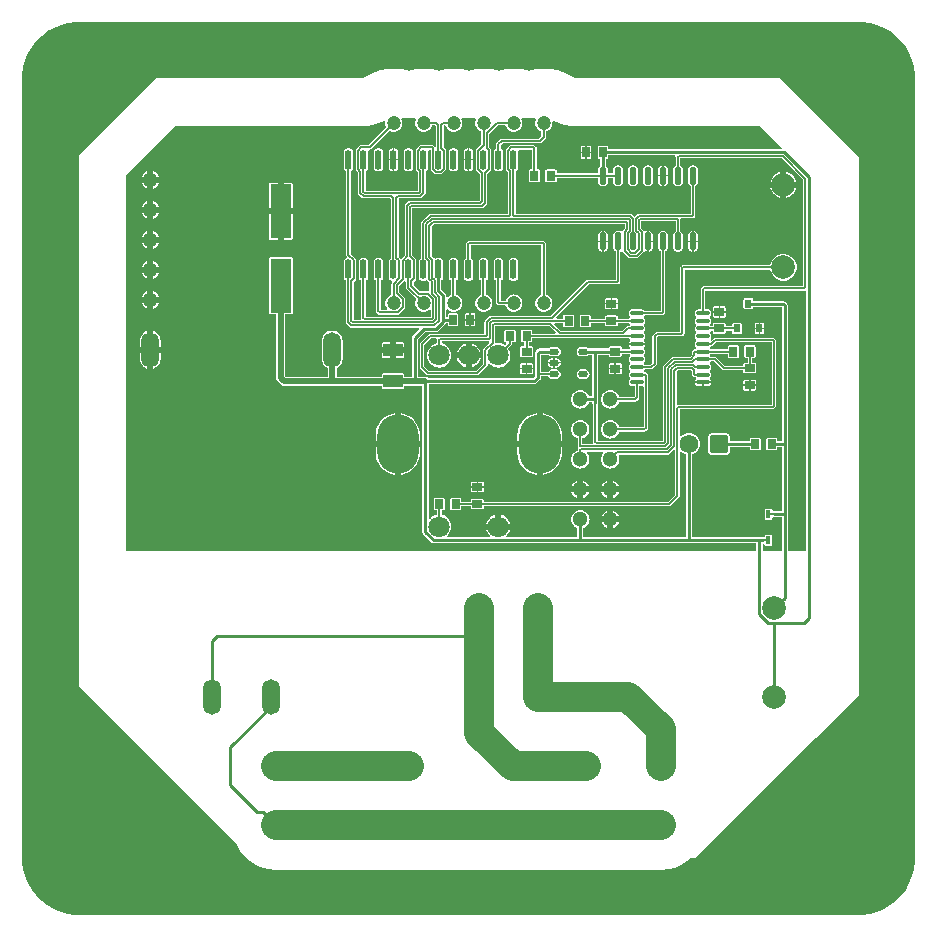
<source format=gtl>
G04*
G04 #@! TF.GenerationSoftware,Altium Limited,Altium Designer,20.1.8 (145)*
G04*
G04 Layer_Physical_Order=1*
G04 Layer_Color=255*
%FSTAX44Y44*%
%MOMM*%
G71*
G04*
G04 #@! TF.SameCoordinates,DC15EA94-BF22-4E2A-AF2D-E9AD43B57FBB*
G04*
G04*
G04 #@! TF.FilePolarity,Positive*
G04*
G01*
G75*
%ADD15C,0.2540*%
%ADD17C,0.1524*%
G04:AMPARAMS|DCode=18|XSize=0.35mm|YSize=0.7mm|CornerRadius=0.0018mm|HoleSize=0mm|Usage=FLASHONLY|Rotation=0.000|XOffset=0mm|YOffset=0mm|HoleType=Round|Shape=RoundedRectangle|*
%AMROUNDEDRECTD18*
21,1,0.3500,0.6965,0,0,0.0*
21,1,0.3465,0.7000,0,0,0.0*
1,1,0.0035,0.1733,-0.3483*
1,1,0.0035,-0.1733,-0.3483*
1,1,0.0035,-0.1733,0.3483*
1,1,0.0035,0.1733,0.3483*
%
%ADD18ROUNDEDRECTD18*%
G04:AMPARAMS|DCode=19|XSize=0.85mm|YSize=0.65mm|CornerRadius=0.0033mm|HoleSize=0mm|Usage=FLASHONLY|Rotation=180.000|XOffset=0mm|YOffset=0mm|HoleType=Round|Shape=RoundedRectangle|*
%AMROUNDEDRECTD19*
21,1,0.8500,0.6435,0,0,180.0*
21,1,0.8435,0.6500,0,0,180.0*
1,1,0.0065,-0.4218,0.3218*
1,1,0.0065,0.4218,0.3218*
1,1,0.0065,0.4218,-0.3218*
1,1,0.0065,-0.4218,-0.3218*
%
%ADD19ROUNDEDRECTD19*%
G04:AMPARAMS|DCode=20|XSize=0.8mm|YSize=0.7mm|CornerRadius=0.0035mm|HoleSize=0mm|Usage=FLASHONLY|Rotation=90.000|XOffset=0mm|YOffset=0mm|HoleType=Round|Shape=RoundedRectangle|*
%AMROUNDEDRECTD20*
21,1,0.8000,0.6930,0,0,90.0*
21,1,0.7930,0.7000,0,0,90.0*
1,1,0.0070,0.3465,0.3965*
1,1,0.0070,0.3465,-0.3965*
1,1,0.0070,-0.3465,-0.3965*
1,1,0.0070,-0.3465,0.3965*
%
%ADD20ROUNDEDRECTD20*%
G04:AMPARAMS|DCode=21|XSize=0.55mm|YSize=0.7mm|CornerRadius=0.0028mm|HoleSize=0mm|Usage=FLASHONLY|Rotation=180.000|XOffset=0mm|YOffset=0mm|HoleType=Round|Shape=RoundedRectangle|*
%AMROUNDEDRECTD21*
21,1,0.5500,0.6945,0,0,180.0*
21,1,0.5445,0.7000,0,0,180.0*
1,1,0.0055,-0.2723,0.3473*
1,1,0.0055,0.2723,0.3473*
1,1,0.0055,0.2723,-0.3473*
1,1,0.0055,-0.2723,-0.3473*
%
%ADD21ROUNDEDRECTD21*%
G04:AMPARAMS|DCode=22|XSize=0.8mm|YSize=0.7mm|CornerRadius=0.0035mm|HoleSize=0mm|Usage=FLASHONLY|Rotation=0.000|XOffset=0mm|YOffset=0mm|HoleType=Round|Shape=RoundedRectangle|*
%AMROUNDEDRECTD22*
21,1,0.8000,0.6930,0,0,0.0*
21,1,0.7930,0.7000,0,0,0.0*
1,1,0.0070,0.3965,-0.3465*
1,1,0.0070,-0.3965,-0.3465*
1,1,0.0070,-0.3965,0.3465*
1,1,0.0070,0.3965,0.3465*
%
%ADD22ROUNDEDRECTD22*%
%ADD23O,0.5500X1.7000*%
%ADD24O,0.5500X1.5500*%
%ADD25O,1.1500X0.4000*%
%ADD26O,0.8500X0.5500*%
G04:AMPARAMS|DCode=27|XSize=0.85mm|YSize=0.65mm|CornerRadius=0.0033mm|HoleSize=0mm|Usage=FLASHONLY|Rotation=90.000|XOffset=0mm|YOffset=0mm|HoleType=Round|Shape=RoundedRectangle|*
%AMROUNDEDRECTD27*
21,1,0.8500,0.6435,0,0,90.0*
21,1,0.8435,0.6500,0,0,90.0*
1,1,0.0065,0.3218,0.4218*
1,1,0.0065,0.3218,-0.4218*
1,1,0.0065,-0.3218,-0.4218*
1,1,0.0065,-0.3218,0.4218*
%
%ADD27ROUNDEDRECTD27*%
G04:AMPARAMS|DCode=28|XSize=1.75mm|YSize=4.55mm|CornerRadius=0.0088mm|HoleSize=0mm|Usage=FLASHONLY|Rotation=180.000|XOffset=0mm|YOffset=0mm|HoleType=Round|Shape=RoundedRectangle|*
%AMROUNDEDRECTD28*
21,1,1.7500,4.5325,0,0,180.0*
21,1,1.7325,4.5500,0,0,180.0*
1,1,0.0175,-0.8663,2.2663*
1,1,0.0175,0.8663,2.2663*
1,1,0.0175,0.8663,-2.2663*
1,1,0.0175,-0.8663,-2.2663*
%
%ADD28ROUNDEDRECTD28*%
G04:AMPARAMS|DCode=29|XSize=1.65mm|YSize=1.05mm|CornerRadius=0.0053mm|HoleSize=0mm|Usage=FLASHONLY|Rotation=180.000|XOffset=0mm|YOffset=0mm|HoleType=Round|Shape=RoundedRectangle|*
%AMROUNDEDRECTD29*
21,1,1.6500,1.0395,0,0,180.0*
21,1,1.6395,1.0500,0,0,180.0*
1,1,0.0105,-0.8198,0.5198*
1,1,0.0105,0.8198,0.5198*
1,1,0.0105,0.8198,-0.5198*
1,1,0.0105,-0.8198,-0.5198*
%
%ADD29ROUNDEDRECTD29*%
%ADD51C,5.0000*%
%ADD53C,0.1270*%
%ADD54C,2.5000*%
%ADD55C,0.5080*%
%ADD56C,0.1778*%
%ADD57C,2.0000*%
%ADD58C,1.3000*%
%ADD59C,1.8000*%
%ADD60O,3.5000X5.0000*%
G04:AMPARAMS|DCode=61|XSize=3.5mm|YSize=5mm|CornerRadius=1.75mm|HoleSize=0mm|Usage=FLASHONLY|Rotation=0.000|XOffset=0mm|YOffset=0mm|HoleType=Round|Shape=RoundedRectangle|*
%AMROUNDEDRECTD61*
21,1,3.5000,1.5000,0,0,0.0*
21,1,0.0000,5.0000,0,0,0.0*
1,1,3.5000,0.0000,-0.7500*
1,1,3.5000,0.0000,-0.7500*
1,1,3.5000,0.0000,0.7500*
1,1,3.5000,0.0000,0.7500*
%
%ADD61ROUNDEDRECTD61*%
%ADD62O,2.2000X4.2000*%
%ADD63C,1.2000*%
G04:AMPARAMS|DCode=64|XSize=1.58mm|YSize=1.58mm|CornerRadius=0.158mm|HoleSize=0mm|Usage=FLASHONLY|Rotation=270.000|XOffset=0mm|YOffset=0mm|HoleType=Round|Shape=RoundedRectangle|*
%AMROUNDEDRECTD64*
21,1,1.5800,1.2640,0,0,270.0*
21,1,1.2640,1.5800,0,0,270.0*
1,1,0.3160,-0.6320,-0.6320*
1,1,0.3160,-0.6320,0.6320*
1,1,0.3160,0.6320,0.6320*
1,1,0.3160,0.6320,-0.6320*
%
%ADD64ROUNDEDRECTD64*%
%ADD65C,1.5800*%
%ADD66O,1.5000X3.0000*%
%ADD67C,0.4100*%
G36*
X10436953Y10676125D02*
X10437101Y10675702D01*
X1043675Y10675048D01*
X10436335Y10673677D01*
X10436195Y10672252D01*
X10436335Y10670826D01*
X1043675Y10669457D01*
X10437426Y10668193D01*
X10438335Y10667086D01*
X10439441Y10666178D01*
X10440704Y10665503D01*
X10441558Y10665244D01*
Y10661221D01*
X10439447Y1065911D01*
X10407993D01*
X10407251Y10658962D01*
X1040662Y10658541D01*
X10403737Y10655658D01*
X10403315Y10655027D01*
X10403168Y10654283D01*
Y10650645D01*
X10403082Y10650609D01*
X10402242Y10649965D01*
X10401599Y10649126D01*
X10401194Y10648147D01*
X10401056Y10647098D01*
Y10635598D01*
X10401194Y10634548D01*
X10401599Y10633571D01*
X10402242Y10632731D01*
X10403082Y10632086D01*
X1040406Y10631681D01*
X1040511Y10631543D01*
X1040616Y10631681D01*
X10407137Y10632086D01*
X10407977Y10632731D01*
X10408622Y10633571D01*
X10409027Y10634548D01*
X10409165Y10635598D01*
Y10647098D01*
X10409027Y10648147D01*
X10408622Y10649126D01*
X10407977Y10649965D01*
X10407137Y10650609D01*
X10407052Y10650645D01*
Y10653479D01*
X10408798Y10655226D01*
X10440251D01*
X10440995Y10655374D01*
X10441625Y10655795D01*
X10444873Y10659043D01*
X10445294Y10659673D01*
X10445442Y10660416D01*
Y10665244D01*
X10446295Y10665503D01*
X10447559Y10666178D01*
X10448666Y10667086D01*
X10449574Y10668193D01*
X10450249Y10669457D01*
X10450665Y10670826D01*
X10450806Y10672252D01*
X10450693Y10673385D01*
X10451299Y10673998D01*
X10451815Y10674259D01*
X10454479Y10672999D01*
X10458179Y10671676D01*
X10461991Y1067072D01*
X10465879Y10670144D01*
X10469805Y10669951D01*
X10626683Y10669951D01*
X10645361Y10651273D01*
X10644875Y106501D01*
X10498302D01*
Y10651729D01*
X10498201Y10652236D01*
X10497913Y10652667D01*
X10497482Y10652955D01*
X10496974Y10653055D01*
X10490538D01*
X10490031Y10652955D01*
X104896Y10652667D01*
X10489312Y10652236D01*
X1048921Y10651729D01*
Y10643293D01*
X10489312Y10642784D01*
X104896Y10642354D01*
X10490031Y10642067D01*
X10490538Y10641965D01*
X10491166D01*
Y10635758D01*
X10490889Y10635546D01*
X10490244Y10634706D01*
X1048984Y10633727D01*
X10489701Y10632678D01*
Y1062962D01*
X10454414D01*
Y10631643D01*
X10454313Y10632152D01*
X10454025Y10632584D01*
X10453593Y10632872D01*
X10453083Y10632974D01*
X10446154D01*
X10445645Y10632872D01*
X10445212Y10632584D01*
X10444924Y10632152D01*
X10444823Y10631643D01*
Y10623713D01*
X10444924Y10623204D01*
X10445212Y10622772D01*
X10445645Y10622484D01*
X10446154Y10622383D01*
X10453083D01*
X10453593Y10622484D01*
X10454025Y10622772D01*
X10454313Y10623204D01*
X10454414Y10623713D01*
Y10625736D01*
X10489701D01*
Y10622678D01*
X1048984Y10621628D01*
X10490244Y10620651D01*
X10490889Y10619811D01*
X10491729Y10619166D01*
X10492706Y10618761D01*
X10493756Y10618623D01*
X10494806Y10618761D01*
X10495784Y10619166D01*
X10496624Y10619811D01*
X10497267Y10620651D01*
X10497672Y10621628D01*
X10497811Y10622678D01*
Y10625736D01*
X10502401D01*
Y10622678D01*
X10502539Y10621628D01*
X10502944Y10620651D01*
X10503589Y10619811D01*
X10504429Y10619166D01*
X10505406Y10618761D01*
X10506456Y10618623D01*
X10507505Y10618761D01*
X10508484Y10619166D01*
X10509323Y10619811D01*
X10509967Y10620651D01*
X10510372Y10621628D01*
X1051051Y10622678D01*
Y10632678D01*
X10510372Y10633727D01*
X10509967Y10634706D01*
X10509323Y10635546D01*
X10508484Y10636189D01*
X10507505Y10636594D01*
X10506456Y10636732D01*
X10505406Y10636594D01*
X10504429Y10636189D01*
X10503589Y10635546D01*
X10502944Y10634706D01*
X10502539Y10633727D01*
X10502401Y10632678D01*
Y1062962D01*
X10497811D01*
Y10632678D01*
X10497672Y10633727D01*
X10497267Y10634706D01*
X10496624Y10635546D01*
X10496345Y10635758D01*
Y10641965D01*
X10496974D01*
X10497482Y10642067D01*
X10497913Y10642354D01*
X10498201Y10642784D01*
X10498302Y10643293D01*
Y10644921D01*
X1055453D01*
X10554794Y10644669D01*
X10555387Y10643651D01*
X10555314Y10643285D01*
Y10636224D01*
X10555228Y10636189D01*
X10554388Y10635546D01*
X10553745Y10634706D01*
X1055334Y10633727D01*
X10553202Y10632678D01*
Y10622678D01*
X1055334Y10621628D01*
X10553745Y10620651D01*
X10554388Y10619811D01*
X10555228Y10619166D01*
X10556206Y10618761D01*
X10557256Y10618623D01*
X10558306Y10618761D01*
X10559283Y10619166D01*
X10560123Y10619811D01*
X10560768Y10620651D01*
X10561173Y10621628D01*
X10561311Y10622678D01*
Y10632678D01*
X10561173Y10633727D01*
X10560768Y10634706D01*
X10560123Y10635546D01*
X10559283Y10636189D01*
X10559198Y10636224D01*
Y10642394D01*
X10644968D01*
X10663137Y10624225D01*
Y10534307D01*
X10579414D01*
X10579414Y10534307D01*
X10578671Y10534159D01*
X10578041Y10533738D01*
X10578041Y10533738D01*
X10577025Y10532721D01*
X10576604Y10532091D01*
X10576456Y10531348D01*
Y1051464D01*
X10574648D01*
X10573794Y10514528D01*
X10572999Y10514198D01*
X10572316Y10513674D01*
X10571792Y10512991D01*
X10571462Y10512195D01*
X1057135Y10511342D01*
X10571462Y10510488D01*
X10571792Y10509692D01*
X10572316Y1050901D01*
X10572506Y10508864D01*
X10572585Y10508673D01*
Y1050751D01*
X10572506Y10507319D01*
X10572316Y10507174D01*
X10571792Y1050649D01*
X10571462Y10505696D01*
X1057135Y10504841D01*
X10571462Y10503988D01*
X10571792Y10503192D01*
X10572316Y1050251D01*
X10572505Y10502365D01*
X10572585Y10502174D01*
Y1050101D01*
X10572505Y10500819D01*
X10572316Y10500674D01*
X10571792Y1049999D01*
X10571462Y10499196D01*
X1057135Y10498342D01*
X10571462Y10497488D01*
X10571792Y10496693D01*
X10572316Y1049601D01*
X10572506Y10495864D01*
X10572585Y10495674D01*
Y10494509D01*
X10572506Y10494319D01*
X10572316Y10494174D01*
X10571792Y10493491D01*
X10571462Y10492695D01*
X1057135Y10491842D01*
X10571462Y10490988D01*
X10571792Y10490193D01*
X10572316Y10489509D01*
X10572505Y10489364D01*
X10572585Y10489174D01*
Y1048801D01*
X10572505Y1048782D01*
X10572316Y10487673D01*
X10571792Y10486991D01*
X10571462Y10486195D01*
X1057135Y10485342D01*
X10571462Y10484489D01*
X10571792Y10483693D01*
X10572316Y10483009D01*
X10572336Y10482993D01*
X10572444Y10481666D01*
X10571616Y10480784D01*
X10571378D01*
X10571378Y10480784D01*
X10570635Y10480636D01*
X10570005Y10480215D01*
X10569598Y1047981D01*
X10569177Y10479178D01*
X1056903Y10478436D01*
Y10476309D01*
X10567338Y10474617D01*
X10553337D01*
X10552594Y10474469D01*
X10551964Y10474048D01*
X10545109Y10467192D01*
X10544688Y10466562D01*
X1054454Y10465819D01*
Y10402985D01*
X10489192D01*
Y10433671D01*
X10489642Y10434344D01*
X1048984Y10435336D01*
Y10438357D01*
Y10476252D01*
X1049837D01*
Y10475624D01*
X10498472Y10475116D01*
X1049876Y10474685D01*
X10499191Y10474397D01*
X10499698Y10474296D01*
X10508134D01*
X10508641Y10474397D01*
X10509072Y10474685D01*
X1050936Y10475116D01*
X10509462Y10475624D01*
Y10476641D01*
X10516216D01*
X10516316Y1047651D01*
X10516505Y10476364D01*
X10516586Y10476173D01*
Y1047501D01*
X10516505Y10474819D01*
X10516316Y10474674D01*
X10515792Y1047399D01*
X10515463Y10473196D01*
X1051535Y10472341D01*
X10515463Y10471488D01*
X10515792Y10470692D01*
X10516316Y1047001D01*
X10516505Y10469865D01*
X10516586Y10469674D01*
Y1046851D01*
X10516505Y10468319D01*
X10516316Y10468174D01*
X10515792Y1046749D01*
X10515463Y10466696D01*
X1051535Y10465842D01*
X10515463Y10464988D01*
X10515792Y10464193D01*
X10516316Y1046351D01*
X10516505Y10463364D01*
X10516586Y10463174D01*
Y10462009D01*
X10516505Y10461819D01*
X10516316Y10461674D01*
X10515792Y10460991D01*
X10515463Y10460195D01*
X1051535Y10459342D01*
X10515463Y10458488D01*
X10515792Y10457693D01*
X10516316Y10457009D01*
X10516505Y10456864D01*
X10516586Y10456674D01*
Y1045551D01*
X10516505Y1045532D01*
X10516316Y10455173D01*
X10515792Y10454491D01*
X10515463Y10453695D01*
X1051535Y10452842D01*
X10515463Y10451989D01*
X10515792Y10451193D01*
X10516316Y10450509D01*
X10516998Y10449985D01*
X10517794Y10449656D01*
X10518647Y10449543D01*
X10520455D01*
Y10440776D01*
X10519979Y10440299D01*
X10507178D01*
X1050686Y10441345D01*
X10506139Y10442695D01*
X10505168Y10443878D01*
X10503986Y10444849D01*
X10502635Y1044557D01*
X10501171Y10446014D01*
X10499647Y10446165D01*
X10498124Y10446014D01*
X1049666Y1044557D01*
X1049531Y10444849D01*
X10494127Y10443878D01*
X10493156Y10442695D01*
X10492434Y10441345D01*
X1049199Y1043988D01*
X1049184Y10438357D01*
X1049199Y10436833D01*
X10492434Y1043537D01*
X10493156Y1043402D01*
X10494127Y10432837D01*
X1049531Y10431865D01*
X1049666Y10431144D01*
X10498124Y10430699D01*
X10499647Y10430549D01*
X10501171Y10430699D01*
X10502635Y10431144D01*
X10503986Y10431865D01*
X10505168Y10432837D01*
X10506139Y1043402D01*
X1050686Y1043537D01*
X10507178Y10436415D01*
X10520784D01*
X10521527Y10436562D01*
X10522157Y10436984D01*
X10523772Y10438599D01*
X10524192Y10439229D01*
X10524341Y10439972D01*
Y10449543D01*
X10526147D01*
X10526907Y10449644D01*
X10527036Y1044963D01*
X10528176Y10448768D01*
Y10415133D01*
X10527943Y104149D01*
X10507178D01*
X1050686Y10415945D01*
X10506139Y10417295D01*
X10505168Y10418478D01*
X10503986Y10419449D01*
X10502635Y10420171D01*
X10501171Y10420615D01*
X10499647Y10420764D01*
X10498124Y10420615D01*
X1049666Y10420171D01*
X1049531Y10419449D01*
X10494127Y10418478D01*
X10493156Y10417295D01*
X10492434Y10415945D01*
X1049199Y1041448D01*
X1049184Y10412958D01*
X1049199Y10411434D01*
X10492434Y10409969D01*
X10493156Y10408619D01*
X10494127Y10407437D01*
X1049531Y10406465D01*
X1049666Y10405743D01*
X10498124Y10405299D01*
X10499647Y1040515D01*
X10501171Y10405299D01*
X10502635Y10405743D01*
X10503986Y10406465D01*
X10505168Y10407437D01*
X10506139Y10408619D01*
X1050686Y10409969D01*
X10507178Y10411014D01*
X10528748D01*
X10529491Y10411162D01*
X10530121Y10411583D01*
X10531493Y10412955D01*
X10531914Y10413585D01*
X10532062Y10414329D01*
Y10458638D01*
X10531914Y10459381D01*
X10531493Y10460011D01*
X10530789Y10460715D01*
X10530159Y10461136D01*
X10529415Y10461284D01*
X10528779D01*
X1052848Y10461674D01*
X10528459Y10461689D01*
X10528353Y10463018D01*
X1052918Y10463899D01*
X10534729D01*
X10535472Y10464047D01*
X10536102Y10464468D01*
X10538684Y1046705D01*
X10539105Y10467681D01*
X10539253Y10468424D01*
X10539253Y10468424D01*
Y1049077D01*
X10540087Y10491604D01*
X10560127D01*
X1056087Y10491752D01*
X105615Y10492173D01*
X10562245Y10492916D01*
X10562666Y10493547D01*
X10562814Y1049429D01*
Y10548168D01*
X10635286D01*
X10635658Y10546616D01*
X10636338Y10544978D01*
X10637264Y10543466D01*
X10638417Y10542117D01*
X10639766Y10540964D01*
X10641278Y10540038D01*
X10642916Y10539359D01*
X10644641Y10538944D01*
X1064641Y10538805D01*
X10648179Y10538944D01*
X10649904Y10539359D01*
X10651542Y10540038D01*
X10653054Y10540964D01*
X10654404Y10542117D01*
X10655555Y10543466D01*
X10656483Y10544978D01*
X10657162Y10546616D01*
X10657576Y10548342D01*
X10657715Y1055011D01*
X10657576Y10551879D01*
X10657162Y10553604D01*
X10656483Y10555243D01*
X10655555Y10556755D01*
X10654404Y10558104D01*
X10653054Y10559257D01*
X10651542Y10560183D01*
X10649904Y10560862D01*
X10648179Y10561276D01*
X1064641Y10561415D01*
X10644641Y10561276D01*
X10642916Y10560862D01*
X10641278Y10560183D01*
X10639766Y10559257D01*
X10638417Y10558104D01*
X10637264Y10556755D01*
X10636338Y10555243D01*
X10635658Y10553604D01*
X10635286Y10552052D01*
X10561615D01*
X10560872Y10551904D01*
X10560242Y10551483D01*
X10559498Y1055074D01*
X10559077Y1055011D01*
X10558929Y10549366D01*
Y10495488D01*
X10539281D01*
X10538539Y10495341D01*
X10537908Y10494919D01*
X10535938Y10492949D01*
X10535516Y10492318D01*
X10535369Y10491575D01*
Y10469229D01*
X10533925Y10467784D01*
X10528779D01*
X1052848Y10468174D01*
X10528291Y10468319D01*
X1052821Y1046851D01*
Y10469674D01*
X10528291Y10469865D01*
X1052848Y1047001D01*
X10529004Y10470692D01*
X10529333Y10471488D01*
X10529446Y10472341D01*
X10529333Y10473196D01*
X10529004Y1047399D01*
X1052848Y10474674D01*
X10528291Y10474819D01*
X1052821Y1047501D01*
Y10476173D01*
X10528291Y10476364D01*
X1052848Y1047651D01*
X10529004Y10477192D01*
X10529333Y10477988D01*
X10529446Y10478842D01*
X10529333Y10479695D01*
X10529004Y10480491D01*
X1052848Y10481174D01*
X10528291Y1048132D01*
X1052821Y1048151D01*
Y10482673D01*
X10528291Y10482864D01*
X1052848Y10483009D01*
X10529004Y10483693D01*
X10529333Y10484489D01*
X10529363Y10484707D01*
X10515433D01*
X10515463Y10484489D01*
X10515792Y10483693D01*
X10516316Y10483009D01*
X10516178Y10481737D01*
X10515509Y10481042D01*
X10509462D01*
Y10482059D01*
X1050936Y10482567D01*
X10509072Y10482998D01*
X10508641Y10483286D01*
X10508134Y10483387D01*
X10499698D01*
X10499191Y10483286D01*
X1049876Y10482998D01*
X10498472Y10482567D01*
X1049837Y10482059D01*
Y10481432D01*
X10481376D01*
X10481163Y10481709D01*
X10480323Y10482354D01*
X10479346Y10482759D01*
X10478296Y10482897D01*
X10475295D01*
X10474247Y10482759D01*
X10473269Y10482354D01*
X10472429Y10481709D01*
X10471785Y10480869D01*
X10471379Y10479891D01*
X10471241Y10478842D01*
X10471379Y10477792D01*
X10471785Y10476814D01*
X10472429Y10475974D01*
X10473269Y1047533D01*
X10474247Y10474926D01*
X10475295Y10474788D01*
X10478296D01*
X10479346Y10474926D01*
X10480323Y1047533D01*
X10481163Y10475974D01*
X10481376Y10476252D01*
X10484659D01*
Y10440947D01*
X10481582D01*
X10481461Y10441345D01*
X1048074Y10442695D01*
X10479768Y10443878D01*
X10478585Y10444849D01*
X10477235Y1044557D01*
X1047577Y10446014D01*
X10474248Y10446165D01*
X10472725Y10446014D01*
X1047126Y1044557D01*
X1046991Y10444849D01*
X10468727Y10443878D01*
X10467755Y10442695D01*
X10467034Y10441345D01*
X10466589Y1043988D01*
X1046644Y10438357D01*
X10466589Y10436833D01*
X10467034Y1043537D01*
X10467755Y1043402D01*
X10468727Y10432837D01*
X1046991Y10431865D01*
X1047126Y10431144D01*
X10472725Y10430699D01*
X10474248Y10430549D01*
X1047577Y10430699D01*
X10477235Y10431144D01*
X10478585Y10431865D01*
X10479768Y10432837D01*
X1048074Y1043402D01*
X10481461Y1043537D01*
X10481582Y10435768D01*
X10484659D01*
Y10435336D01*
X10484857Y10434344D01*
X10485308Y10433671D01*
Y10402136D01*
X10485392Y10401715D01*
X1048485Y10400751D01*
X10484562Y10400444D01*
X1047619D01*
Y10405427D01*
X10477235Y10405743D01*
X10478585Y10406465D01*
X10479768Y10407437D01*
X1048074Y10408619D01*
X10481461Y10409969D01*
X10481906Y10411434D01*
X10482056Y10412958D01*
X10481906Y1041448D01*
X10481461Y10415945D01*
X1048074Y10417295D01*
X10479768Y10418478D01*
X10478585Y10419449D01*
X10477235Y10420171D01*
X1047577Y10420615D01*
X10474248Y10420764D01*
X10472725Y10420615D01*
X1047126Y10420171D01*
X1046991Y10419449D01*
X10468727Y10418478D01*
X10467755Y10417295D01*
X10467034Y10415945D01*
X10466589Y1041448D01*
X1046644Y10412958D01*
X10466589Y10411434D01*
X10467034Y10409969D01*
X10467755Y10408619D01*
X10468727Y10407437D01*
X1046991Y10406465D01*
X1047126Y10405743D01*
X10472305Y10405427D01*
Y10399227D01*
X10472452Y10398484D01*
X10472874Y10397854D01*
Y1039681D01*
X10472452Y1039618D01*
X10472305Y10395437D01*
Y10395088D01*
X1047126Y10394771D01*
X1046991Y10394049D01*
X10468727Y10393077D01*
X10467755Y10391895D01*
X10467034Y10390544D01*
X10466589Y10389081D01*
X1046644Y10387557D01*
X10466589Y10386034D01*
X10467034Y10384569D01*
X10467755Y10383219D01*
X10468727Y10382036D01*
X1046991Y10381066D01*
X1047126Y10380344D01*
X10472725Y103799D01*
X10474248Y1037975D01*
X1047577Y103799D01*
X10477235Y10380344D01*
X10478585Y10381066D01*
X10479768Y10382036D01*
X1048074Y10383219D01*
X10481461Y10384569D01*
X10481906Y10386034D01*
X10482056Y10387557D01*
X10481906Y10389081D01*
X10481461Y10390544D01*
X1048074Y10391895D01*
X10480038Y1039275D01*
X10480496Y1039402D01*
X104934D01*
X10493857Y1039275D01*
X10493156Y10391895D01*
X10492434Y10390544D01*
X1049199Y10389081D01*
X1049184Y10387557D01*
X1049199Y10386034D01*
X10492434Y10384569D01*
X10493156Y10383219D01*
X10494127Y10382036D01*
X1049531Y10381066D01*
X1049666Y10380344D01*
X10498124Y103799D01*
X10499647Y1037975D01*
X10501171Y103799D01*
X10502635Y10380344D01*
X10503986Y10381066D01*
X10505168Y10382036D01*
X10506139Y10383219D01*
X1050686Y10384569D01*
X10507305Y10386034D01*
X10507455Y10387557D01*
X10507305Y10389081D01*
X10506963Y1039021D01*
X10507611Y10391479D01*
X10548564D01*
X10549307Y10391627D01*
X10549938Y10392048D01*
X10553527Y10395638D01*
X105547Y10395153D01*
Y10357573D01*
X10548806Y10351681D01*
X10392841D01*
Y10352955D01*
X10392739Y10353463D01*
X10392451Y10353894D01*
X1039202Y10354182D01*
X10391512Y10354283D01*
X10383077D01*
X1038257Y10354182D01*
X10382139Y10353894D01*
X10381851Y10353463D01*
X10381749Y10352955D01*
Y10351681D01*
X10373794D01*
Y10353702D01*
X10373693Y10354213D01*
X10373403Y10354644D01*
X10372972Y10354933D01*
X10372463Y10355034D01*
X10365533D01*
X10365023Y10354933D01*
X10364592Y10354644D01*
X10364304Y10354213D01*
X10364203Y10353702D01*
Y10345773D01*
X10364304Y10345264D01*
X10364592Y10344832D01*
X10365023Y10344543D01*
X10365533Y10344442D01*
X10372463D01*
X10372972Y10344543D01*
X10373403Y10344832D01*
X10373693Y10345264D01*
X10373794Y10345773D01*
Y10347795D01*
X10381749D01*
Y10346521D01*
X10381851Y10346012D01*
X10382139Y10345581D01*
X1038257Y10345294D01*
X10383077Y10345193D01*
X10391512D01*
X1039202Y10345294D01*
X10392451Y10345581D01*
X10392739Y10346012D01*
X10392841Y10346521D01*
Y10347795D01*
X10549611D01*
X10550354Y10347943D01*
X10550985Y10348364D01*
X10558015Y10355396D01*
X10558015Y10355396D01*
X10558436Y10356025D01*
X10558585Y10356769D01*
X10558585Y10356769D01*
Y10393734D01*
X10559855Y10394188D01*
X10559932Y10394094D01*
X10561328Y10392948D01*
X10562921Y10392097D01*
X10563857Y10391813D01*
Y1032166D01*
X10477091D01*
Y10329423D01*
X10477489Y10329543D01*
X10478839Y10330265D01*
X10480022Y10331237D01*
X10480994Y10332419D01*
X10481715Y1033377D01*
X10482159Y10335234D01*
X1048231Y10336757D01*
X10482159Y1033828D01*
X10481715Y10339745D01*
X10480994Y10341095D01*
X10480022Y10342278D01*
X10478839Y10343248D01*
X10477489Y10343971D01*
X10476024Y10344415D01*
X10474502Y10344564D01*
X10472979Y10344415D01*
X10471514Y10343971D01*
X10470164Y10343248D01*
X10468981Y10342278D01*
X1046801Y10341095D01*
X10467288Y10339745D01*
X10466844Y1033828D01*
X10466694Y10336757D01*
X10466844Y10335234D01*
X10467288Y1033377D01*
X1046801Y10332419D01*
X10468981Y10331237D01*
X10470164Y10330265D01*
X10471514Y10329543D01*
X10471912Y10329423D01*
Y1032166D01*
X10412283D01*
X10411829Y1032293D01*
X10412295Y10323313D01*
X10413579Y10324877D01*
X10414532Y10326661D01*
X1041496Y1032807D01*
X10395037D01*
X10395464Y10326661D01*
X10396417Y10324877D01*
X10397701Y10323313D01*
X10398168Y1032293D01*
X10397714Y1032166D01*
X10362283D01*
X10361829Y1032293D01*
X10362295Y10323313D01*
X10363579Y10324877D01*
X10364532Y10326661D01*
X1036512Y10328596D01*
X10365317Y1033061D01*
X1036512Y10332623D01*
X10364532Y10334559D01*
X10363579Y10336343D01*
X10362295Y10337906D01*
X10360731Y10339191D01*
X10358948Y10340144D01*
X10357012Y10340731D01*
X1035694Y10340739D01*
Y10344442D01*
X10358463D01*
X10358972Y10344543D01*
X10359404Y10344832D01*
X10359692Y10345264D01*
X10359794Y10345773D01*
Y10353702D01*
X10359692Y10354213D01*
X10359404Y10354644D01*
X10358972Y10354933D01*
X10358463Y10355034D01*
X10351533D01*
X10351024Y10354933D01*
X10350592Y10354644D01*
X10350304Y10354213D01*
X10350203Y10353702D01*
Y10345773D01*
X10350304Y10345264D01*
X10350592Y10344832D01*
X10351024Y10344543D01*
X10351533Y10344442D01*
X10353055D01*
Y10340739D01*
X10352985Y10340731D01*
X10351049Y10340144D01*
X10349265Y10339191D01*
X10347701Y10337906D01*
X10347247Y10337355D01*
X10345978Y10337809D01*
Y1045088D01*
X10346105Y10450978D01*
X10346204Y10451106D01*
X10435247D01*
X10436238Y10451302D01*
X10437078Y10451864D01*
X10440215Y10455001D01*
X10440776Y10455842D01*
X10440974Y10456832D01*
Y10457899D01*
X1044725D01*
X10447284Y10457814D01*
X10447928Y10456975D01*
X10448768Y10456331D01*
X10449746Y10455925D01*
X10450796Y10455787D01*
X10453796D01*
X10454845Y10455925D01*
X10455824Y10456331D01*
X10456663Y10456975D01*
X10457307Y10457814D01*
X10457712Y10458793D01*
X1045785Y10459841D01*
X10457712Y10460891D01*
X10457307Y10461869D01*
X10456663Y10462709D01*
X10455824Y10463353D01*
X10454845Y10463759D01*
X10453796Y10463896D01*
X10450796D01*
X10449746Y10463759D01*
X10448768Y10463353D01*
X10447928Y10462709D01*
X10447284Y10461869D01*
X1044725Y10461783D01*
X10440974D01*
Y10476235D01*
X1044099Y10476252D01*
X10447716D01*
X10447928Y10475974D01*
X10448768Y1047533D01*
X10449746Y10474926D01*
X10450796Y10474788D01*
X10453796D01*
X10454845Y10474926D01*
X10455824Y1047533D01*
X10456663Y10475974D01*
X10457307Y10476814D01*
X10457712Y10477792D01*
X1045785Y10478842D01*
X10457712Y10479891D01*
X10457307Y10480869D01*
X10456663Y10481709D01*
X10455824Y10482354D01*
X10454845Y10482759D01*
X10453796Y10482897D01*
X10450796D01*
X10449746Y10482759D01*
X10448768Y10482354D01*
X10447928Y10481709D01*
X10447716Y10481432D01*
X10439917D01*
X10438926Y10481234D01*
X10438086Y10480673D01*
X10436553Y10479139D01*
X10435991Y104783D01*
X10435795Y10477308D01*
Y10457905D01*
X10434174Y10456285D01*
X10346204D01*
X10346105Y10456412D01*
X10345309Y10457023D01*
X10344382Y10457407D01*
X10343387Y10457538D01*
X10336719D01*
Y10489127D01*
X10342836Y10495245D01*
X10352203D01*
X10353195Y10495442D01*
X10354034Y10496003D01*
X10359984Y10501953D01*
X10360546Y10502793D01*
X10360588Y10503011D01*
X10362107D01*
Y10501384D01*
X10362208Y10500875D01*
X10362496Y10500446D01*
X10362927Y10500157D01*
X10363435Y10500056D01*
X10369869D01*
X10370378Y10500157D01*
X10370809Y10500446D01*
X10371097Y10500875D01*
X10371198Y10501384D01*
Y10509819D01*
X10371097Y10510327D01*
X10370809Y10510758D01*
X10370378Y10511046D01*
X10369869Y10511147D01*
X10363435D01*
X10362927Y10511046D01*
X10362496Y10510758D01*
X10362208Y10510327D01*
X10362107Y10509819D01*
Y10508191D01*
X10360742D01*
Y10514381D01*
X10362012Y10514835D01*
X10362135Y10514686D01*
X10363241Y10513778D01*
X10364504Y10513103D01*
X10365875Y10512687D01*
X103673Y10512546D01*
X10368726Y10512687D01*
X10370095Y10513103D01*
X10371359Y10513778D01*
X10372466Y10514686D01*
X10373374Y10515793D01*
X10374049Y10517057D01*
X10374465Y10518427D01*
X10374606Y10519852D01*
X10374465Y10521277D01*
X10374049Y10522648D01*
X10373374Y1052391D01*
X10372466Y10525017D01*
X10371359Y10525927D01*
X10370095Y10526602D01*
X10368953Y10526948D01*
Y10539052D01*
X10369037Y10539087D01*
X10369877Y10539731D01*
X10370521Y10540571D01*
X10370927Y10541549D01*
X10371064Y10542598D01*
Y10554098D01*
X10370927Y10555148D01*
X10370521Y10556125D01*
X10369877Y10556965D01*
X10369037Y1055761D01*
X10368059Y10558014D01*
X1036701Y10558153D01*
X10365961Y10558014D01*
X10364983Y1055761D01*
X10364143Y10556965D01*
X10363499Y10556125D01*
X10363093Y10555148D01*
X10362955Y10554098D01*
Y10542598D01*
X10363093Y10541549D01*
X10363499Y10540571D01*
X10364143Y10539731D01*
X10364983Y10539087D01*
X10365067Y10539052D01*
Y10526772D01*
X10364504Y10526602D01*
X10363241Y10525927D01*
X10362135Y10525017D01*
X10362012Y10524868D01*
X10360742Y10525323D01*
Y10526453D01*
X10360546Y10527444D01*
X10359984Y10528285D01*
X10356899Y10531368D01*
Y10539518D01*
X10357177Y10539731D01*
X10357821Y10540571D01*
X10358226Y10541549D01*
X10358364Y10542598D01*
Y10554098D01*
X10358226Y10555148D01*
X10357821Y10556125D01*
X10357177Y10556965D01*
X10356338Y1055761D01*
X10355359Y10558014D01*
X1035431Y10558153D01*
X1035326Y10558014D01*
X10352283Y1055761D01*
X10352135Y10557579D01*
X10350662Y10557958D01*
X10350638Y10557992D01*
X10348633Y10559998D01*
Y10584608D01*
X1035058Y10586555D01*
X10512134D01*
Y10583077D01*
X10510587Y10581532D01*
X10510172Y10580909D01*
X10510164Y10580901D01*
X10508784Y10580459D01*
X10508484Y1058069D01*
X10507505Y10581095D01*
X10506456Y10581233D01*
X10505406Y10581095D01*
X10504429Y1058069D01*
X10503589Y10580045D01*
X10502944Y10579205D01*
X10502539Y10578228D01*
X10502401Y10577178D01*
Y10567178D01*
X10502539Y10566129D01*
X10502944Y1056515D01*
X10503589Y1056431D01*
X10504429Y10563667D01*
X10504514Y10563632D01*
Y10539554D01*
X10481038D01*
X10480294Y10539407D01*
X10479664Y10538986D01*
X10450004Y10509324D01*
X10398881D01*
X10398881Y10509324D01*
X10398137Y10509176D01*
X10397507Y10508755D01*
X10393788Y10505035D01*
X10393367Y10504406D01*
X10393219Y10503662D01*
Y10493846D01*
X10347471D01*
X10346727Y10493699D01*
X10346096Y10493278D01*
X10338984Y10486165D01*
X10338563Y10485535D01*
X10338416Y10484791D01*
Y10465914D01*
X10338563Y10465171D01*
X10338984Y10464541D01*
X10344282Y10459242D01*
X10344913Y10458822D01*
X10345657Y10458673D01*
X10386951D01*
X10387693Y10458822D01*
X10388324Y10459242D01*
X10395466Y10466385D01*
X10395887Y10467015D01*
X10396035Y10467759D01*
Y10468341D01*
X10397306Y10468795D01*
X10397701Y10468313D01*
X10399265Y1046703D01*
X10401049Y10466075D01*
X10402985Y10465488D01*
X10404998Y10465291D01*
X10407012Y10465488D01*
X10408948Y10466075D01*
X10410731Y1046703D01*
X10412295Y10468313D01*
X10413579Y10469877D01*
X10414532Y10471661D01*
X1041512Y10473596D01*
X10415317Y1047561D01*
X1041512Y10477623D01*
X10414532Y10479559D01*
X10413579Y10481343D01*
X10413533Y10481399D01*
X10416298Y10484163D01*
X10416719Y10484792D01*
X10416866Y10485536D01*
Y10486547D01*
X10418389D01*
X10418899Y10486648D01*
X1041933Y10486936D01*
X10419618Y10487367D01*
X10419719Y10487877D01*
Y10495807D01*
X10419618Y10496316D01*
X1041933Y10496748D01*
X10418899Y10497036D01*
X10418389Y10497137D01*
X10411459D01*
X1041095Y10497036D01*
X10410519Y10496748D01*
X10410229Y10496316D01*
X10410128Y10495807D01*
Y10487877D01*
X10410229Y10487367D01*
X10410519Y10486936D01*
X1041095Y10486648D01*
X10411403Y10486558D01*
X10411516Y10486387D01*
X10411918Y10485276D01*
X10410786Y10484146D01*
X10410731Y10484191D01*
X10408948Y10485144D01*
X10407012Y10485731D01*
X10404998Y1048593D01*
X10403378Y1048577D01*
X1040306Y10485905D01*
X10402533Y10486343D01*
X10402183Y10486815D01*
Y10500359D01*
X10448381D01*
X10453783Y10494957D01*
X10453297Y10493784D01*
X10433719D01*
Y10495807D01*
X10433618Y10496316D01*
X1043333Y10496748D01*
X10432898Y10497036D01*
X10432389Y10497137D01*
X10425459D01*
X1042495Y10497036D01*
X10424518Y10496748D01*
X1042423Y10496316D01*
X10424128Y10495807D01*
Y10487877D01*
X1042423Y10487367D01*
X10424518Y10486936D01*
X1042495Y10486648D01*
X10425459Y10486547D01*
X10426982D01*
Y10483385D01*
X10424707D01*
X10424198Y10483284D01*
X10423767Y10482996D01*
X1042348Y10482565D01*
X10423379Y10482057D01*
Y10475621D01*
X1042348Y10475114D01*
X10423767Y10474683D01*
X10424198Y10474395D01*
X10424707Y10474293D01*
X10433142D01*
X1043365Y10474395D01*
X10434081Y10474683D01*
X10434369Y10475114D01*
X1043447Y10475621D01*
Y10482057D01*
X10434369Y10482565D01*
X10434081Y10482996D01*
X1043365Y10483284D01*
X10433142Y10483385D01*
X10430867D01*
Y10486547D01*
X10432389D01*
X10432898Y10486648D01*
X1043333Y10486936D01*
X10433618Y10487367D01*
X10433719Y10487877D01*
Y104899D01*
X10515616D01*
X10516443Y10489017D01*
X10516337Y1048769D01*
X10516316Y10487673D01*
X10515792Y10486991D01*
X10515463Y10486195D01*
X10515433Y10485977D01*
X10529363D01*
X10529333Y10486195D01*
X10529004Y10486991D01*
X1052848Y10487673D01*
X10528291Y1048782D01*
X1052821Y1048801D01*
Y10489174D01*
X10528291Y10489364D01*
X1052848Y10489509D01*
X10529004Y10490193D01*
X10529333Y10490988D01*
X10529446Y10491842D01*
X10529333Y10492695D01*
X10529004Y10493491D01*
X1052848Y10494174D01*
X10528291Y10494319D01*
X1052821Y10494509D01*
Y10495674D01*
X10528291Y10495864D01*
X1052848Y1049601D01*
X10529004Y10496693D01*
X10529333Y10497488D01*
X10529446Y10498342D01*
X10529333Y10499196D01*
X10529004Y1049999D01*
X1052848Y10500674D01*
X10528291Y10500819D01*
X1052821Y1050101D01*
Y10502174D01*
X10528291Y10502365D01*
X1052848Y1050251D01*
X10529004Y10503192D01*
X10529333Y10503988D01*
X10529446Y10504841D01*
X10529333Y10505696D01*
X10529004Y1050649D01*
X1052848Y10507174D01*
X10528459Y1050719D01*
X10528353Y10508518D01*
X1052918Y10509399D01*
X10543455D01*
X10544198Y10509547D01*
X10544828Y10509968D01*
X10545929Y10511069D01*
X1054635Y10511699D01*
X10546498Y10512443D01*
Y10563632D01*
X10546583Y10563667D01*
X10547423Y1056431D01*
X10548068Y1056515D01*
X10548473Y10566129D01*
X10548611Y10567178D01*
Y10577178D01*
X10548473Y10578228D01*
X10548068Y10579205D01*
X10547423Y10580045D01*
X10546583Y1058069D01*
X10545605Y10581095D01*
X10544556Y10581233D01*
X10543507Y10581095D01*
X10542529Y1058069D01*
X10541689Y10580045D01*
X10541045Y10579205D01*
X1054064Y10578228D01*
X10540502Y10577178D01*
Y10567178D01*
X1054064Y10566129D01*
X10541045Y1056515D01*
X10541689Y1056431D01*
X10542529Y10563667D01*
X10542614Y10563632D01*
Y10513284D01*
X10528779D01*
X1052848Y10513674D01*
X10527797Y10514198D01*
X10527002Y10514528D01*
X10526147Y1051464D01*
X10518647D01*
X10517794Y10514528D01*
X10516998Y10514198D01*
X10516316Y10513674D01*
X10515792Y10512991D01*
X10515463Y10512195D01*
X1051535Y10511342D01*
X10515463Y10510488D01*
X10515792Y10509692D01*
X10516316Y1050901D01*
X10516337Y10508993D01*
X10516443Y10507666D01*
X10515616Y10506783D01*
X10506414D01*
Y10508059D01*
X10506312Y10508567D01*
X10506024Y10508998D01*
X10505593Y10509286D01*
X10505085Y10509387D01*
X1049665D01*
X10496143Y10509286D01*
X10495712Y10508998D01*
X10495424Y10508567D01*
X10495322Y10508059D01*
Y10506783D01*
X10483395D01*
Y10508806D01*
X10483293Y10509316D01*
X10483005Y10509747D01*
X10482573Y10510035D01*
X10482064Y10510137D01*
X10475134D01*
X10474625Y10510035D01*
X10474193Y10509747D01*
X10473905Y10509316D01*
X10473804Y10508806D01*
Y10500876D01*
X10473905Y10500367D01*
X10474193Y10499935D01*
X10474625Y10499647D01*
X10475134Y10499546D01*
X10482064D01*
X10482573Y10499647D01*
X10483005Y10499935D01*
X10483293Y10500367D01*
X10483395Y10500876D01*
Y10502899D01*
X10495322D01*
Y10501625D01*
X10495424Y10501116D01*
X10495712Y10500685D01*
X10496143Y10500397D01*
X1049665Y10500297D01*
X10505085D01*
X10505593Y10500397D01*
X10506024Y10500685D01*
X10506312Y10501116D01*
X10506414Y10501625D01*
Y10502899D01*
X10516017D01*
X10516316Y1050251D01*
X10516337Y10502494D01*
X10516443Y10501166D01*
X10515616Y10500284D01*
X10514496D01*
X10513752Y10500135D01*
X10513121Y10499716D01*
X10513121Y10499716D01*
X1050973Y10496324D01*
X1045791D01*
X10452507Y10501726D01*
X10452994Y10502899D01*
X10459803D01*
Y10500876D01*
X10459905Y10500367D01*
X10460193Y10499935D01*
X10460625Y10499647D01*
X10461134Y10499546D01*
X10468064D01*
X10468573Y10499647D01*
X10469005Y10499935D01*
X10469293Y10500367D01*
X10469395Y10500876D01*
Y10508806D01*
X10469293Y10509316D01*
X10469005Y10509747D01*
X10468573Y10510035D01*
X10468064Y10510137D01*
X10461134D01*
X10460625Y10510035D01*
X10460193Y10509747D01*
X10459905Y10509316D01*
X10459803Y10508806D01*
Y10506783D01*
X10454617D01*
X10454131Y10507958D01*
X10481842Y10535669D01*
X10505712D01*
X10506455Y10535818D01*
X10507085Y10536238D01*
X1050783Y10536982D01*
X10508251Y10537612D01*
X10508398Y10538356D01*
Y10562687D01*
X10509034Y10563151D01*
X10510574Y10562845D01*
X10510587Y10562825D01*
X10514802Y1055861D01*
X10514802Y1055861D01*
X10515432Y10558188D01*
X10516176Y10558041D01*
X10516176Y10558041D01*
X10522136D01*
X1052288Y10558188D01*
X1052351Y1055861D01*
X10527725Y10562825D01*
X10527725Y10562825D01*
X1052814Y10563446D01*
X10528148Y10563456D01*
X10529529Y10563896D01*
X10529829Y10563667D01*
X10530807Y10563262D01*
X10531221Y10563207D01*
Y10572179D01*
Y10581149D01*
X10530807Y10581095D01*
X10529829Y1058069D01*
X10529529Y10580459D01*
X10528148Y10580901D01*
X1052814Y10580909D01*
X10527725Y10581532D01*
X10526178Y10583077D01*
Y10589095D01*
X10555314D01*
Y10580725D01*
X10555228Y1058069D01*
X10554388Y10580045D01*
X10553745Y10579205D01*
X1055334Y10578228D01*
X10553202Y10577178D01*
Y10567178D01*
X1055334Y10566129D01*
X10553745Y1056515D01*
X10554388Y1056431D01*
X10555228Y10563667D01*
X10556206Y10563262D01*
X10557256Y10563124D01*
X10558306Y10563262D01*
X10559283Y10563667D01*
X10560123Y1056431D01*
X10560768Y1056515D01*
X10561173Y10566129D01*
X10561311Y10567178D01*
Y10577178D01*
X10561173Y10578228D01*
X10560768Y10579205D01*
X10560123Y10580045D01*
X10559283Y1058069D01*
X10559198Y10580725D01*
Y10590388D01*
X10560125Y10591636D01*
X10569045D01*
X10569789Y10591783D01*
X10570419Y10592205D01*
X10571329Y10593115D01*
X1057175Y10593745D01*
X10571898Y10594489D01*
X10571898Y10594489D01*
Y10619131D01*
X10571984Y10619166D01*
X10572823Y10619811D01*
X10573467Y10620651D01*
X10573872Y10621628D01*
X10574011Y10622678D01*
Y10632678D01*
X10573872Y10633727D01*
X10573467Y10634706D01*
X10572823Y10635546D01*
X10571984Y10636189D01*
X10571006Y10636594D01*
X10569956Y10636732D01*
X10568906Y10636594D01*
X10567928Y10636189D01*
X10567089Y10635546D01*
X10566444Y10634706D01*
X1056604Y10633727D01*
X10565901Y10632678D01*
Y10622678D01*
X1056604Y10621628D01*
X10566444Y10620651D01*
X10567089Y10619811D01*
X10567928Y10619166D01*
X10568014Y10619131D01*
Y1059552D01*
X10523993D01*
X1052325Y10595372D01*
X10522618Y10594951D01*
X10520378Y10592711D01*
X10518137Y10594951D01*
X10517507Y10595372D01*
X10516764Y1059552D01*
X10419752D01*
Y10632052D01*
X10419838Y10632086D01*
X10420677Y10632731D01*
X10421321Y10633571D01*
X10421726Y10634548D01*
X10421865Y10635598D01*
Y10647098D01*
X10421726Y10648147D01*
X10421564Y10648541D01*
X10422295Y10649811D01*
X10433677D01*
Y10632974D01*
X10432153D01*
X10431644Y10632872D01*
X10431212Y10632584D01*
X10430924Y10632152D01*
X10430823Y10631643D01*
Y10623713D01*
X10430924Y10623204D01*
X10431212Y10622772D01*
X10431644Y10622484D01*
X10432153Y10622383D01*
X10439083D01*
X10439592Y10622484D01*
X10440024Y10622772D01*
X10440312Y10623204D01*
X10440414Y10623713D01*
Y10631643D01*
X10440312Y10632152D01*
X10440024Y10632584D01*
X10439592Y10632872D01*
X10439083Y10632974D01*
X10437561D01*
Y1065085D01*
X10437413Y10651593D01*
X10436992Y10652223D01*
X10436089Y10653126D01*
X10435459Y10653547D01*
X10434716Y10653695D01*
X10415881D01*
X10415139Y10653547D01*
X10414508Y10653126D01*
X10411781Y10650399D01*
X10411361Y10649769D01*
X10411212Y10649026D01*
Y10633669D01*
X10411361Y10632926D01*
X10411781Y10632296D01*
X10413223Y10630856D01*
Y1059552D01*
X10347671D01*
X10346927Y10595372D01*
X10346298Y10594951D01*
X10340237Y1058889D01*
X10339816Y1058826D01*
X10339668Y10587517D01*
Y10557645D01*
X10339583Y1055761D01*
X10338743Y10556965D01*
X10338098Y10556125D01*
X10337694Y10555148D01*
X10337555Y10554098D01*
Y10542598D01*
X10337694Y10541549D01*
X10338098Y10540571D01*
X10338743Y10539731D01*
X10339583Y10539087D01*
X1034056Y10538682D01*
X1034161Y10538544D01*
X1034266Y10538682D01*
X10343604Y10539072D01*
X10343693Y10539097D01*
X1034522Y10538767D01*
X10346653Y10537333D01*
Y10530588D01*
X10346501Y10530375D01*
X10345383Y10529658D01*
X10345175Y105297D01*
X10338391D01*
X10333392Y10534698D01*
Y1053775D01*
X10334939Y10539297D01*
X10335359Y10539927D01*
X10335508Y1054067D01*
Y10556027D01*
X10335359Y1055677D01*
X10334939Y105574D01*
X10332123Y10560216D01*
Y10600139D01*
X10332251Y10600267D01*
X10391172D01*
X10391915Y10600415D01*
X10392545Y10600836D01*
X10395054Y10603345D01*
X10395475Y10603975D01*
X10395623Y10604718D01*
X10395623Y10604718D01*
Y1062948D01*
X10398439Y10632296D01*
X1039886Y10632926D01*
X10399008Y10633669D01*
Y10649126D01*
X1039886Y10649869D01*
X10398439Y10650499D01*
X10397219Y10651718D01*
Y10662845D01*
X10404684Y1067031D01*
X10411093D01*
X10411351Y10669457D01*
X10412026Y10668193D01*
X10412935Y10667086D01*
X10414042Y10666178D01*
X10415304Y10665503D01*
X10416675Y10665087D01*
X10418101Y10664946D01*
X10419525Y10665087D01*
X10420896Y10665503D01*
X10422158Y10666178D01*
X10423265Y10667086D01*
X10424174Y10668193D01*
X10424849Y10669457D01*
X10425265Y10670826D01*
X10425405Y10672252D01*
X10425265Y10673677D01*
X10424849Y10675048D01*
X104245Y10675702D01*
X10424647Y10676125D01*
X10425321Y10676859D01*
X10425573Y10676813D01*
X10426879Y10676707D01*
X1042818Y10676556D01*
X10428837Y10676545D01*
X1042949Y10676492D01*
X104308Y10676514D01*
X10432111Y10676492D01*
X10432764Y10676545D01*
X10433419Y10676556D01*
X10434722Y10676707D01*
X10436027Y10676813D01*
X10436279Y10676859D01*
X10436953Y10676125D01*
D02*
G37*
G36*
X10386152D02*
X103863Y10675702D01*
X10385951Y10675048D01*
X10385535Y10673677D01*
X10385394Y10672252D01*
X10385535Y10670826D01*
X10385951Y10669457D01*
X10386626Y10668193D01*
X10387534Y10667086D01*
X10388641Y10666178D01*
X10389905Y10665503D01*
X10390758Y10665244D01*
Y10654775D01*
X10386382Y10650399D01*
X10385961Y10649769D01*
X10385813Y10649026D01*
Y10633669D01*
X10385961Y10632926D01*
X10386382Y10632296D01*
X10389198Y1062948D01*
Y10606829D01*
X10389061Y10606692D01*
X10330394D01*
X10329651Y10606544D01*
X10329021Y10606123D01*
X10326267Y10603369D01*
X10325846Y10602739D01*
X10325698Y10601996D01*
Y10560216D01*
X10323412Y1055793D01*
X10322297Y10557427D01*
X103217Y10557937D01*
X10320692Y10558945D01*
Y10607837D01*
X10321255Y106084D01*
X10338789D01*
X10339531Y10608547D01*
X10340162Y10608969D01*
X10342983Y1061179D01*
X10343405Y10612421D01*
X10343552Y10613164D01*
X10343552Y10613164D01*
Y10632052D01*
X10343638Y10632086D01*
X10344478Y10632731D01*
X10345121Y10633571D01*
X10345526Y10634548D01*
X10345665Y10635598D01*
Y10647098D01*
X10345526Y10648147D01*
X10345364Y10648541D01*
X10346095Y10649811D01*
X10347712D01*
Y10633669D01*
X1034786Y10632926D01*
X10348281Y10632296D01*
X10351008Y10629569D01*
X10351638Y10629149D01*
X10352382Y10629D01*
X10356238D01*
X10356981Y10629149D01*
X10357611Y10629569D01*
X10360338Y10632296D01*
X10360759Y10632926D01*
X10360907Y10633669D01*
Y10649026D01*
X10360759Y10649769D01*
X10360338Y10650399D01*
X10358793Y10651946D01*
Y10670123D01*
X10358978Y1067031D01*
X10360292D01*
X10360551Y10669457D01*
X10361226Y10668193D01*
X10362135Y10667086D01*
X10363241Y10666178D01*
X10364504Y10665503D01*
X10365875Y10665087D01*
X103673Y10664946D01*
X10368726Y10665087D01*
X10370095Y10665503D01*
X10371359Y10666178D01*
X10372466Y10667086D01*
X10373374Y10668193D01*
X10374049Y10669457D01*
X10374465Y10670826D01*
X10374606Y10672252D01*
X10374465Y10673677D01*
X10374049Y10675048D01*
X103737Y10675702D01*
X10373848Y10676125D01*
X1037452Y10676859D01*
X10374773Y10676813D01*
X10376078Y10676707D01*
X1037738Y10676556D01*
X10378037Y10676545D01*
X1037869Y10676492D01*
X1038Y10676514D01*
X1038131Y10676492D01*
X10381963Y10676545D01*
X1038262Y10676556D01*
X10383922Y10676707D01*
X10385227Y10676813D01*
X1038548Y10676859D01*
X10386152Y10676125D01*
D02*
G37*
G36*
X10335353D02*
X103355Y10675702D01*
X10335151Y10675048D01*
X10334735Y10673677D01*
X10334595Y10672252D01*
X10334735Y10670826D01*
X10335151Y10669457D01*
X10335826Y10668193D01*
X10336735Y10667086D01*
X10337842Y10666178D01*
X10339104Y10665503D01*
X10340475Y10665087D01*
X10341899Y10664946D01*
X10343325Y10665087D01*
X10344696Y10665503D01*
X10345958Y10666178D01*
X10347065Y10667086D01*
X10347974Y10668193D01*
X10348649Y10669457D01*
X10348907Y1067031D01*
X10351736D01*
X10352368Y10669678D01*
Y10652579D01*
X10351097Y10652194D01*
X10351028Y10652297D01*
X10350199Y10653126D01*
X10349569Y10653547D01*
X10348826Y10653695D01*
X10339681D01*
X10338939Y10653547D01*
X10338308Y10653126D01*
X10335581Y10650399D01*
X10335161Y10649769D01*
X10335012Y10649026D01*
Y10633669D01*
X10335161Y10632926D01*
X10335581Y10632296D01*
X10337128Y10630751D01*
Y1061502D01*
X10336932Y10614824D01*
X10292887D01*
X10292753Y1061496D01*
Y10632052D01*
X10292837Y10632086D01*
X10293677Y10632731D01*
X10294321Y10633571D01*
X10294727Y10634548D01*
X10294865Y10635598D01*
Y10647098D01*
X10294727Y10648147D01*
X10294564Y10648541D01*
X10295295Y10649811D01*
X10296001D01*
X10296744Y10649958D01*
X10297374Y1065038D01*
X10312919Y10665923D01*
X10313705Y10665503D01*
X10315074Y10665087D01*
X103165Y10664946D01*
X10317925Y10665087D01*
X10319296Y10665503D01*
X10320559Y10666178D01*
X10321665Y10667086D01*
X10322574Y10668193D01*
X1032325Y10669457D01*
X10323665Y10670826D01*
X10323805Y10672252D01*
X10323665Y10673677D01*
X1032325Y10675048D01*
X10322899Y10675702D01*
X10323047Y10676125D01*
X10323721Y10676859D01*
X10323973Y10676813D01*
X10325278Y10676707D01*
X10326581Y10676556D01*
X10327236Y10676545D01*
X10327889Y10676492D01*
X103292Y10676514D01*
X1033051Y10676492D01*
X10331163Y10676545D01*
X1033182Y10676556D01*
X10333121Y10676707D01*
X10334427Y10676813D01*
X10334679Y10676859D01*
X10335353Y10676125D01*
D02*
G37*
G36*
X103087Y10673998D02*
X10309307Y10673385D01*
X10309194Y10672252D01*
X10309335Y10670826D01*
X10309751Y10669457D01*
X10310171Y10668671D01*
X10295197Y10653695D01*
X10288882D01*
X10288138Y10653547D01*
X10287509Y10653126D01*
X10284781Y10650399D01*
X1028436Y10649769D01*
X10284213Y10649026D01*
Y10633351D01*
X1028436Y10632607D01*
X10284781Y10631978D01*
X10286328Y10630431D01*
Y10613103D01*
X10286476Y1061236D01*
X10286897Y10611729D01*
X10289657Y10608969D01*
X10289657Y10608969D01*
X10290287Y10608547D01*
X1029103Y106084D01*
X10313695D01*
X10314268Y10607827D01*
Y10557645D01*
X10314182Y1055761D01*
X10313344Y10556965D01*
X10312699Y10556125D01*
X10312294Y10555148D01*
X10312156Y10554098D01*
Y10542598D01*
X10312294Y10541549D01*
X10312699Y10540571D01*
X10313344Y10539731D01*
X10314182Y10539087D01*
X10314576Y10538923D01*
X10314874Y10538248D01*
X10314994Y10537612D01*
X10314967Y10537439D01*
X10314706Y10537048D01*
X10314558Y10536305D01*
Y1052686D01*
X10313705Y10526602D01*
X10312441Y10525927D01*
X10311334Y10525017D01*
X10310426Y1052391D01*
X10309751Y10522648D01*
X10309335Y10521277D01*
X10309194Y10519852D01*
X10309335Y10518427D01*
X10309751Y10517057D01*
X10310426Y10515793D01*
X10310946Y10515159D01*
X10310345Y10513889D01*
X10305453D01*
Y10539052D01*
X10305537Y10539087D01*
X10306377Y10539731D01*
X10307021Y10540571D01*
X10307427Y10541549D01*
X10307565Y10542598D01*
Y10554098D01*
X10307427Y10555148D01*
X10307021Y10556125D01*
X10306377Y10556965D01*
X10305537Y1055761D01*
X10304559Y10558014D01*
X1030351Y10558153D01*
X10302461Y10558014D01*
X10301483Y1055761D01*
X10300643Y10556965D01*
X10299999Y10556125D01*
X10299594Y10555148D01*
X10299456Y10554098D01*
Y10542598D01*
X10299594Y10541549D01*
X10299999Y10540571D01*
X10300643Y10539731D01*
X10301483Y10539087D01*
X10301567Y10539052D01*
Y10512882D01*
X10301715Y10512139D01*
X10302136Y10511509D01*
X10303071Y10510574D01*
X10303071Y10510574D01*
X10303701Y10510153D01*
X10304445Y10510005D01*
X10304445Y10510005D01*
X10319774D01*
X10320518Y10510153D01*
X10321147Y10510574D01*
X10325779Y10515204D01*
X103262Y10515835D01*
X10326348Y10516577D01*
Y10523126D01*
X10326348Y10523126D01*
X103262Y1052387D01*
X10325779Y105245D01*
X10325779Y105245D01*
X10320983Y10529296D01*
Y10534448D01*
X10325374Y10538839D01*
X10325698Y10538893D01*
X10326968Y10537814D01*
Y10532842D01*
X10327115Y10532098D01*
X10327537Y10531469D01*
X10335571Y10523434D01*
X10335151Y10522648D01*
X10334735Y10521277D01*
X10334595Y10519852D01*
X10334735Y10518427D01*
X10335151Y10517057D01*
X10335826Y10515793D01*
X10336735Y10514686D01*
X10337842Y10513778D01*
X10339104Y10513103D01*
X10340475Y10512687D01*
X10341899Y10512546D01*
X10343325Y10512687D01*
X10344696Y10513103D01*
X10345958Y10513778D01*
X10346593Y10514298D01*
X10347863Y10513698D01*
Y10508032D01*
X10292753D01*
Y10539052D01*
X10292837Y10539087D01*
X10293677Y10539731D01*
X10294321Y10540571D01*
X10294727Y10541549D01*
X10294865Y10542598D01*
Y10554098D01*
X10294727Y10555148D01*
X10294321Y10556125D01*
X10293677Y10556965D01*
X10292837Y1055761D01*
X10291859Y10558014D01*
X10290811Y10558153D01*
X10289761Y10558014D01*
X10288783Y1055761D01*
X10287943Y10556965D01*
X10287299Y10556125D01*
X10286893Y10555148D01*
X10286755Y10554098D01*
Y10542598D01*
X10286893Y10541549D01*
X10287299Y10540571D01*
X10287943Y10539731D01*
X10288783Y10539087D01*
X10288867Y10539052D01*
Y10507139D01*
X10288943Y10506763D01*
X10288359Y10505754D01*
X10288092Y10505492D01*
X10282593D01*
Y1053775D01*
X10284138Y10539297D01*
X10284559Y10539927D01*
X10284707Y1054067D01*
Y10556025D01*
X10284707Y10556027D01*
X10284559Y10556769D01*
X10284138Y105574D01*
X10280052Y10561486D01*
Y10632052D01*
X10280137Y10632086D01*
X10280977Y10632731D01*
X10281621Y10633571D01*
X10282026Y10634548D01*
X10282164Y10635598D01*
Y10647098D01*
X10282026Y10648147D01*
X10281621Y10649126D01*
X10280977Y10649965D01*
X10280137Y10650609D01*
X10279159Y10651014D01*
X1027811Y10651152D01*
X10277061Y10651014D01*
X10276083Y10650609D01*
X10275243Y10649965D01*
X10274598Y10649126D01*
X10274193Y10648147D01*
X10274055Y10647098D01*
Y10635598D01*
X10274193Y10634548D01*
X10274598Y10633571D01*
X10275243Y10632731D01*
X10276083Y10632086D01*
X10276168Y10632052D01*
Y10560681D01*
X10276316Y10559938D01*
X10276737Y10559308D01*
X10276857Y10559188D01*
X10276476Y10557772D01*
X10276083Y1055761D01*
X10275243Y10556965D01*
X10274598Y10556125D01*
X10274193Y10555148D01*
X10274055Y10554098D01*
Y10542598D01*
X10274193Y10541549D01*
X10274598Y10540571D01*
X10275243Y10539731D01*
X10276083Y10539087D01*
X10276168Y10539052D01*
Y10503488D01*
X10276316Y10502744D01*
X10276737Y10502114D01*
X10279214Y10499636D01*
X10279845Y10499215D01*
X10280587Y10499067D01*
X10337675D01*
X1033816Y10497894D01*
X10332297Y10492031D01*
X10331736Y10491191D01*
X10331539Y104902D01*
Y10457538D01*
X10325502D01*
Y10458893D01*
X10325399Y10459409D01*
X10325107Y10459846D01*
X10324669Y10460139D01*
X10324154Y10460242D01*
X10307759D01*
X10307242Y10460139D01*
X10306805Y10459846D01*
X10306512Y10459409D01*
X1030641Y10458893D01*
Y10457538D01*
X10268174D01*
Y10464872D01*
X10269227Y10465436D01*
X10270563Y10466531D01*
X10271659Y10467866D01*
X10272473Y1046939D01*
X10272975Y10471044D01*
X10273143Y10472762D01*
Y10487762D01*
X10272975Y10489481D01*
X10272473Y10491135D01*
X10271659Y10492659D01*
X10270563Y10493994D01*
X10269227Y1049509D01*
X10267704Y10495905D01*
X10266051Y10496406D01*
X10264331Y10496575D01*
X10262612Y10496406D01*
X10260959Y10495905D01*
X10259436Y1049509D01*
X10258101Y10493994D01*
X10257004Y10492659D01*
X1025619Y10491135D01*
X10255688Y10489481D01*
X10255519Y10487762D01*
Y10472762D01*
X10255688Y10471044D01*
X1025619Y1046939D01*
X10257004Y10467866D01*
X10258101Y10466531D01*
X10259436Y10465436D01*
X10260488Y10464872D01*
Y10457538D01*
X10225275D01*
X1022476Y10458052D01*
Y10510516D01*
X1022958D01*
X1023011Y10510621D01*
X10230558Y10510922D01*
X10230859Y10511371D01*
X10230964Y10511901D01*
Y10557225D01*
X10230859Y10557755D01*
X10230558Y10558204D01*
X1023011Y10558505D01*
X1022958Y1055861D01*
X10212255D01*
X10211725Y10558505D01*
X10211276Y10558204D01*
X10210977Y10557755D01*
X10210871Y10557225D01*
Y10511901D01*
X10210977Y10511371D01*
X10211276Y10510922D01*
X10211725Y10510621D01*
X10212255Y10510516D01*
X10217075D01*
Y1045646D01*
X10217205Y10455466D01*
X1021743Y10454923D01*
X10217589Y10454539D01*
X102182Y10453743D01*
X10220966Y10450978D01*
X10221761Y10450367D01*
X10222688Y10449983D01*
X10223683Y10449852D01*
X1030641D01*
Y10448497D01*
X10306512Y10447982D01*
X10306805Y10447544D01*
X10307242Y10447252D01*
X10307759Y1044715D01*
X10324154D01*
X10324669Y10447252D01*
X10325107Y10447544D01*
X10325399Y10447982D01*
X10325502Y10448497D01*
Y10449852D01*
X10340798D01*
Y103259D01*
X10340995Y10324908D01*
X10341556Y10324069D01*
X10348386Y10317239D01*
X10349227Y10316677D01*
X10350219Y10316481D01*
X1062354D01*
Y10309999D01*
X10090048Y1031D01*
X10090048Y10628551D01*
X10131448Y10669951D01*
X10290195Y10669951D01*
X10294121Y10670144D01*
X10298008Y1067072D01*
X1030182Y10671676D01*
X10305521Y10672999D01*
X10308185Y10674259D01*
X103087Y10673998D01*
D02*
G37*
G36*
X1035307Y10488691D02*
X10353055Y10488621D01*
Y10485739D01*
X10352985Y10485731D01*
X10351049Y10485144D01*
X10349265Y10484191D01*
X10347701Y10482906D01*
X10346417Y10481343D01*
X10345464Y10479559D01*
X10344877Y10477623D01*
X10344678Y1047561D01*
X10344877Y10473596D01*
X10345464Y10471661D01*
X10346417Y10469877D01*
X10347701Y10468313D01*
X10349265Y1046703D01*
X10351049Y10466075D01*
X10352985Y10465488D01*
X10354998Y10465291D01*
X10357012Y10465488D01*
X10358948Y10466075D01*
X10360731Y1046703D01*
X10362295Y10468313D01*
X10363579Y10469877D01*
X10364532Y10471661D01*
X1036512Y10473596D01*
X10365317Y1047561D01*
X1036512Y10477623D01*
X10364532Y10479559D01*
X10363579Y10481343D01*
X10362295Y10482906D01*
X10360731Y10484191D01*
X10358948Y10485144D01*
X10357012Y10485731D01*
X1035694Y10485739D01*
Y10487422D01*
X10396844D01*
X10397062Y10487162D01*
X10397443Y10486223D01*
X1039272Y104815D01*
X10392299Y1048087D01*
X10392151Y10480127D01*
Y10468563D01*
X10386145Y10462559D01*
X10346461D01*
X103423Y10466719D01*
Y10483987D01*
X10348275Y10489962D01*
X10352192D01*
X1035307Y10488691D01*
D02*
G37*
G36*
X10636594Y10486632D02*
Y10433976D01*
X10557764D01*
X10557314Y10433887D01*
X10556382Y10434402D01*
X10556045Y10434703D01*
Y10461858D01*
X10557299Y10463112D01*
X105678D01*
X10568776Y10462136D01*
Y10459974D01*
X10568923Y10459231D01*
X10569344Y10458601D01*
X10569977Y10457969D01*
X10569977Y10457969D01*
X10570607Y10457548D01*
X1057135Y104574D01*
X10572017D01*
X10572316Y10457009D01*
X10572506Y10456864D01*
X10572585Y10456674D01*
Y1045551D01*
X10572506Y1045532D01*
X10572316Y10455173D01*
X10571792Y10454491D01*
X10571462Y10453695D01*
X10571433Y10453477D01*
X10585363D01*
X10585333Y10453695D01*
X10585005Y10454491D01*
X1058448Y10455173D01*
X10584291Y1045532D01*
X1058421Y1045551D01*
Y10456674D01*
X10584291Y10456864D01*
X1058448Y10457009D01*
X10585005Y10457693D01*
X10585333Y10458488D01*
X10585447Y10459342D01*
X10585333Y10460195D01*
X10585005Y10460991D01*
X1058448Y10461674D01*
X10584291Y10461819D01*
X1058421Y10462009D01*
Y10463174D01*
X10584291Y10463364D01*
X1058448Y1046351D01*
X10585005Y10464193D01*
X10585333Y10464988D01*
X10585447Y10465842D01*
X10585333Y10466696D01*
X10585005Y1046749D01*
X1058448Y10468174D01*
X10584459Y1046819D01*
X10584353Y10469518D01*
X10585179Y10470399D01*
X10587451D01*
X10594382Y10463468D01*
X10595012Y10463047D01*
X10595756Y10462899D01*
X10595756Y10462899D01*
X10612455D01*
Y10461625D01*
X10612556Y10461116D01*
X10612843Y10460685D01*
X10613274Y10460397D01*
X10613783Y10460297D01*
X10622218D01*
X10622726Y10460397D01*
X10623157Y10460685D01*
X10623445Y10461116D01*
X10623546Y10461625D01*
Y10468059D01*
X10623445Y10468567D01*
X10623157Y10468998D01*
X10622726Y10469286D01*
X10622218Y10469387D01*
X10619943D01*
Y10473546D01*
X10621465D01*
X10621974Y10473647D01*
X10622406Y10473936D01*
X10622694Y10474368D01*
X10622795Y10474877D01*
Y10482806D01*
X10622694Y10483315D01*
X10622406Y10483748D01*
X10621974Y10484036D01*
X10621465Y10484137D01*
X10614535D01*
X10614026Y10484036D01*
X10613594Y10483748D01*
X10613306Y10483315D01*
X10613204Y10482806D01*
Y10474877D01*
X10613306Y10474368D01*
X10613594Y10473936D01*
X10614026Y10473647D01*
X10614535Y10473546D01*
X10616057D01*
Y10469387D01*
X10613783D01*
X10613274Y10469286D01*
X10612843Y10468998D01*
X10612556Y10468567D01*
X10612455Y10468059D01*
Y10466783D01*
X1059656D01*
X10589629Y10473715D01*
X10588999Y10474136D01*
X10588256Y10474283D01*
X10585179D01*
X10584353Y10475166D01*
X10584459Y10476493D01*
X1058448Y1047651D01*
X10584779Y10476899D01*
X10599204D01*
Y10474877D01*
X10599305Y10474368D01*
X10599594Y10473936D01*
X10600026Y10473647D01*
X10600535Y10473546D01*
X10607465D01*
X10607974Y10473647D01*
X10608406Y10473936D01*
X10608694Y10474368D01*
X10608795Y10474877D01*
Y10482806D01*
X10608694Y10483315D01*
X10608406Y10483748D01*
X10607974Y10484036D01*
X10607465Y10484137D01*
X10600535D01*
X10600026Y10484036D01*
X10599594Y10483748D01*
X10599305Y10483315D01*
X10599204Y10482806D01*
Y10480784D01*
X10584779D01*
X1058448Y10481174D01*
X10584459Y1048119D01*
X10584353Y10482517D01*
X10585179Y104834D01*
X10585417D01*
X10586161Y10483547D01*
X10586792Y10483969D01*
X10589557Y10486733D01*
X10636492D01*
X10636594Y10486632D01*
D02*
G37*
G36*
X10665515Y10529742D02*
X10665664Y1052953D01*
Y10309999D01*
X10649989D01*
Y10341071D01*
Y1040061D01*
Y10517913D01*
X10649792Y10518904D01*
X10649231Y10519744D01*
X10647802Y10521173D01*
X10646962Y10521735D01*
X1064597Y10521931D01*
X10620695D01*
Y10522814D01*
X10620593Y1052332D01*
X10620306Y1052375D01*
X10619878Y10524037D01*
X10619371Y10524137D01*
X10613927D01*
X1061342Y10524037D01*
X10612991Y1052375D01*
X10612704Y1052332D01*
X10612604Y10522814D01*
Y10515869D01*
X10612704Y10515363D01*
X10612991Y10514934D01*
X1061342Y10514647D01*
X10613927Y10514546D01*
X10619371D01*
X10619878Y10514647D01*
X10620306Y10514934D01*
X10620593Y10515363D01*
X10620695Y10515869D01*
Y10516752D01*
X1064481D01*
Y10403199D01*
X10641378D01*
Y10404575D01*
X10641277Y10405084D01*
X10640988Y10405516D01*
X10640557Y10405804D01*
X10640048Y10405906D01*
X10633116D01*
X10632607Y10405804D01*
X10632177Y10405516D01*
X10631887Y10405084D01*
X10631786Y10404575D01*
Y10396646D01*
X10631887Y10396135D01*
X10632177Y10395704D01*
X10632607Y10395416D01*
X10633116Y10395315D01*
X10640048D01*
X10640557Y10395416D01*
X10640988Y10395704D01*
X10641277Y10396135D01*
X10641378Y10396646D01*
Y1039802D01*
X1064481D01*
Y1034366D01*
X10638282D01*
X10638065Y10343617D01*
X10636802Y10344537D01*
X10636794Y10344552D01*
X10636694Y10345055D01*
X1063641Y10345481D01*
X10635984Y10345765D01*
X10635482Y10345865D01*
X10632017D01*
X10631515Y10345765D01*
X10631089Y10345481D01*
X10630804Y10345055D01*
X10630704Y10344552D01*
Y10337588D01*
X10630804Y10337085D01*
X10631089Y10336659D01*
X10631515Y10336375D01*
X10632017Y10336274D01*
X10635482D01*
X10635984Y10336375D01*
X1063641Y10336659D01*
X10636694Y10337085D01*
X10636794Y10337588D01*
X10636802Y10337603D01*
X10638065Y10338523D01*
X10638282Y1033848D01*
X1064481D01*
Y10309999D01*
X10628719D01*
Y10315581D01*
X1062957Y10316031D01*
X1062972Y10315973D01*
X10630754Y10315337D01*
X10630804Y10315085D01*
X10631089Y10314659D01*
X10631515Y10314375D01*
X10632017Y10314275D01*
X10635482D01*
X10635984Y10314375D01*
X1063641Y10314659D01*
X10636694Y10315085D01*
X10636794Y10315587D01*
Y10322552D01*
X10636694Y10323055D01*
X1063641Y1032348D01*
X10635984Y10323766D01*
X10635482Y10323865D01*
X10632017D01*
X10631515Y10323766D01*
X10631089Y1032348D01*
X10630804Y10323055D01*
X10630704Y10322552D01*
Y10322437D01*
X10630499Y10322196D01*
X10629434Y1032155D01*
X10628884Y1032166D01*
X10569037D01*
Y10391813D01*
X10569973Y10392097D01*
X10571566Y10392948D01*
X10572963Y10394094D01*
X10574109Y10395491D01*
X1057496Y10397084D01*
X10575485Y10398812D01*
X10575662Y1040061D01*
X10575485Y10402407D01*
X1057496Y10404136D01*
X10574109Y10405729D01*
X10572963Y10407125D01*
X10571566Y10408271D01*
X10569973Y10409124D01*
X10568245Y10409647D01*
X10566448Y10409824D01*
X1056465Y10409647D01*
X10562921Y10409124D01*
X10561328Y10408271D01*
X10559932Y10407125D01*
X10559855Y10407031D01*
X10558585Y10407485D01*
Y10430092D01*
X10637501D01*
X10638245Y10430239D01*
X10638875Y1043066D01*
X1063991Y10431696D01*
X10640331Y10432325D01*
X10640479Y10433069D01*
Y10487435D01*
X10640479Y10487437D01*
X10640331Y10488179D01*
X1063991Y1048881D01*
X10638669Y10490049D01*
X1063804Y1049047D01*
X10637296Y10490619D01*
X10588752D01*
X10588752Y10490619D01*
X10588009Y1049047D01*
X10587379Y10490049D01*
X10587379Y10490049D01*
X1058548Y10488151D01*
X10585032Y10488336D01*
X10584994Y10488389D01*
X10584862Y10488678D01*
X1058473Y10489835D01*
X10585005Y10490193D01*
X10585333Y10490988D01*
X10585447Y10491842D01*
X10585333Y10492695D01*
X10585005Y10493491D01*
X1058448Y10494174D01*
X10584459Y10494191D01*
X10584353Y10495518D01*
X10585179Y10496399D01*
X10586812D01*
Y10494877D01*
X10586913Y10494368D01*
X10587201Y10493936D01*
X10587632Y10493647D01*
X10588142Y10493546D01*
X10596072D01*
X10596581Y10493647D01*
X10597013Y10493936D01*
X10597301Y10494368D01*
X10597402Y10494877D01*
Y10496399D01*
X10603104D01*
Y10494869D01*
X10603204Y10494363D01*
X10603491Y10493933D01*
X10603921Y10493647D01*
X10604426Y10493546D01*
X10609872D01*
X10610377Y10493647D01*
X10610807Y10493933D01*
X10611094Y10494363D01*
X10611195Y10494869D01*
Y10501814D01*
X10611094Y10502321D01*
X10610807Y10502749D01*
X10610377Y10503036D01*
X10609872Y10503137D01*
X10604426D01*
X10603921Y10503036D01*
X10603491Y10502749D01*
X10603204Y10502321D01*
X10603104Y10501814D01*
Y10500284D01*
X10597402D01*
Y10501807D01*
X10597301Y10502316D01*
X10597013Y10502748D01*
X10596581Y10503036D01*
X10596072Y10503137D01*
X10588142D01*
X10587632Y10503036D01*
X10587201Y10502748D01*
X10586913Y10502316D01*
X10586812Y10501807D01*
Y10500284D01*
X10585179D01*
X10584353Y10501166D01*
X10584459Y10502494D01*
X1058448Y1050251D01*
X10585005Y10503192D01*
X10585333Y10503988D01*
X10585447Y10504841D01*
X10585333Y10505696D01*
X10585005Y1050649D01*
X1058448Y10507174D01*
X10584291Y10507319D01*
X1058421Y1050751D01*
Y10508673D01*
X10584291Y10508864D01*
X1058448Y1050901D01*
X10585005Y10509692D01*
X10585333Y10510488D01*
X10585447Y10511342D01*
X10585333Y10512195D01*
X10585005Y10512991D01*
X1058448Y10513674D01*
X10583798Y10514198D01*
X10583002Y10514528D01*
X10582148Y1051464D01*
X10580341D01*
Y10530421D01*
X10664189D01*
X10664395Y10530463D01*
X10665515Y10529742D01*
D02*
G37*
G36*
X10719376Y1075714D02*
X10725449Y10755513D01*
X10731259Y10753107D01*
X10736703Y10749963D01*
X10741691Y10746136D01*
X10746136Y10741691D01*
X10749963Y10736703D01*
X10753107Y10731259D01*
X10755513Y10725449D01*
X1075714Y10719376D01*
X10757961Y10713143D01*
X10757961Y1071D01*
Y1071D01*
D01*
Y1005D01*
Y1005D01*
D01*
X10757961Y10046857D01*
X1075714Y10040623D01*
X10755513Y1003455D01*
X10753107Y10028742D01*
X10749963Y10023297D01*
X10746136Y10018309D01*
X10741691Y10013864D01*
X10736703Y10010036D01*
X10731259Y10006893D01*
X10725449Y10004487D01*
X10719376Y10002859D01*
X10713143Y10002039D01*
X10046857D01*
X10040623Y10002859D01*
X1003455Y10004487D01*
X10028742Y10006893D01*
X10023297Y10010036D01*
X10018309Y10013864D01*
X10013864Y10018309D01*
X10010036Y10023297D01*
X10006893Y10028742D01*
X10004487Y1003455D01*
X10002859Y10040623D01*
X10002039Y10046857D01*
Y1005D01*
Y10645139D01*
X10046667Y1064514D01*
X1005Y1064514D01*
X1005Y10195325D01*
X10182721Y10062603D01*
X1018354Y10060627D01*
X10186624Y10055594D01*
X10190458Y10051105D01*
X10194946Y10047272D01*
X10199979Y10044188D01*
X10205432Y10041929D01*
X10211172Y10040551D01*
X10217056Y10040088D01*
X10542938D01*
X10548822Y10040551D01*
X10554562Y10041929D01*
X10560016Y10044188D01*
X10565048Y10047272D01*
X10568242Y1005D01*
X1057197D01*
X10668573Y10146603D01*
X10669172Y10147004D01*
X106741Y10151326D01*
X10678423Y10156253D01*
X10678823Y10156853D01*
X1071Y1018803D01*
X1071Y10643273D01*
X10643273Y1071D01*
X10469805Y1071D01*
X10466549Y10712174D01*
X10461141Y10714841D01*
X10455431Y1071678D01*
X10449517Y10717957D01*
X104435Y10718351D01*
X10437483Y10717957D01*
X10431569Y1071678D01*
X104308Y10716519D01*
X10430032Y1071678D01*
X10424117Y10717957D01*
X10418101Y10718351D01*
X10412083Y10717957D01*
X10406168Y1071678D01*
X104054Y10716519D01*
X10404631Y1071678D01*
X10398717Y10717957D01*
X103927Y10718351D01*
X10386683Y10717957D01*
X10380769Y1071678D01*
X1038Y10716519D01*
X10379231Y1071678D01*
X10373317Y10717957D01*
X103673Y10718351D01*
X10361283Y10717957D01*
X10355369Y1071678D01*
X103546Y10716519D01*
X10353832Y1071678D01*
X10347917Y10717957D01*
X10341899Y10718351D01*
X10335883Y10717957D01*
X10329968Y1071678D01*
X103292Y10716519D01*
X10328431Y1071678D01*
X10322517Y10717957D01*
X103165Y10718351D01*
X10310483Y10717957D01*
X10304569Y1071678D01*
X10298859Y10714841D01*
X10293451Y10712174D01*
X10290195Y10709999D01*
X10114859Y10709999D01*
X1005Y1064514D01*
X10046667Y1064514D01*
X10002039Y10645139D01*
Y1071D01*
Y1071D01*
D01*
X10002039Y10713143D01*
X10002859Y10719376D01*
X10004487Y10725449D01*
X10006893Y10731259D01*
X10010036Y10736703D01*
X10013864Y10741691D01*
X10018309Y10746136D01*
X10023297Y10749963D01*
X10028742Y10753107D01*
X1003455Y10755513D01*
X10040623Y1075714D01*
X10046857Y10757961D01*
X10713143D01*
X10719376Y1075714D01*
D02*
G37*
%LPC*%
G36*
X10482473Y10653055D02*
X1047989D01*
Y10648146D01*
X10483801D01*
Y10651729D01*
X104837Y10652236D01*
X10483413Y10652667D01*
X10482982Y10652955D01*
X10482473Y10653055D01*
D02*
G37*
G36*
X10478621D02*
X10476039D01*
X1047553Y10652955D01*
X10475099Y10652667D01*
X10474812Y10652236D01*
X10474711Y10651729D01*
Y10648146D01*
X10478621D01*
Y10653055D01*
D02*
G37*
G36*
X10483801Y10646875D02*
X1047989D01*
Y10641965D01*
X10482473D01*
X10482982Y10642067D01*
X10483413Y10642354D01*
X104837Y10642784D01*
X10483801Y10643293D01*
Y10646875D01*
D02*
G37*
G36*
X10478621D02*
X10474711D01*
Y10643293D01*
X10474812Y10642784D01*
X10475099Y10642354D01*
X1047553Y10642067D01*
X10476039Y10641965D01*
X10478621D01*
Y10646875D01*
D02*
G37*
G36*
X1054519Y10636649D02*
Y10628313D01*
X10548611D01*
Y10632678D01*
X10548473Y10633727D01*
X10548068Y10634706D01*
X10547423Y10635546D01*
X10546583Y10636189D01*
X10545605Y10636594D01*
X1054519Y10636649D01*
D02*
G37*
G36*
X10543921D02*
X10543507Y10636594D01*
X10542529Y10636189D01*
X10541689Y10635546D01*
X10541045Y10634706D01*
X1054064Y10633727D01*
X10540502Y10632678D01*
Y10628313D01*
X10543921D01*
Y10636649D01*
D02*
G37*
G36*
X1064895Y1063109D02*
Y1062265D01*
X1065739D01*
X10657162Y10623604D01*
X10656483Y10625243D01*
X10655555Y10626755D01*
X10654404Y10628104D01*
X10653054Y10629257D01*
X10651542Y10630183D01*
X10649904Y10630862D01*
X1064895Y1063109D01*
D02*
G37*
G36*
X10643871Y10631091D02*
X10642916Y10630862D01*
X10641278Y10630183D01*
X10639766Y10629257D01*
X10638417Y10628104D01*
X10637264Y10626755D01*
X10636338Y10625243D01*
X10635658Y10623604D01*
X1063543Y1062265D01*
X10643871D01*
Y10631091D01*
D02*
G37*
G36*
X10548611Y10627042D02*
X1054519D01*
Y10618707D01*
X10545605Y10618761D01*
X10546583Y10619166D01*
X10547423Y10619811D01*
X10548068Y10620651D01*
X10548473Y10621628D01*
X10548611Y10622678D01*
Y10627042D01*
D02*
G37*
G36*
X10543921D02*
X10540502D01*
Y10622678D01*
X1054064Y10621628D01*
X10541045Y10620651D01*
X10541689Y10619811D01*
X10542529Y10619166D01*
X10543507Y10618761D01*
X10543921Y10618707D01*
Y10627042D01*
D02*
G37*
G36*
X10531855Y10636732D02*
X10530807Y10636594D01*
X10529829Y10636189D01*
X10528989Y10635546D01*
X10528345Y10634706D01*
X10527939Y10633727D01*
X10527802Y10632678D01*
Y10622678D01*
X10527939Y10621628D01*
X10528345Y10620651D01*
X10528989Y10619811D01*
X10529829Y10619166D01*
X10530807Y10618761D01*
X10531855Y10618623D01*
X10532905Y10618761D01*
X10533883Y10619166D01*
X10534723Y10619811D01*
X10535367Y10620651D01*
X10535773Y10621628D01*
X10535911Y10622678D01*
Y10632678D01*
X10535773Y10633727D01*
X10535367Y10634706D01*
X10534723Y10635546D01*
X10533883Y10636189D01*
X10532905Y10636594D01*
X10531855Y10636732D01*
D02*
G37*
G36*
X10519156D02*
X10518107Y10636594D01*
X10517129Y10636189D01*
X10516289Y10635546D01*
X10515645Y10634706D01*
X10515239Y10633727D01*
X10515101Y10632678D01*
Y10622678D01*
X10515239Y10621628D01*
X10515645Y10620651D01*
X10516289Y10619811D01*
X10517129Y10619166D01*
X10518107Y10618761D01*
X10519156Y10618623D01*
X10520205Y10618761D01*
X10521183Y10619166D01*
X10522023Y10619811D01*
X10522667Y10620651D01*
X10523073Y10621628D01*
X1052321Y10622678D01*
Y10632678D01*
X10523073Y10633727D01*
X10522667Y10634706D01*
X10522023Y10635546D01*
X10521183Y10636189D01*
X10520205Y10636594D01*
X10519156Y10636732D01*
D02*
G37*
G36*
X1065739Y10617571D02*
X1064895D01*
Y1060913D01*
X10649904Y10609359D01*
X10651542Y10610038D01*
X10653054Y10610964D01*
X10654404Y10612117D01*
X10655555Y10613466D01*
X10656483Y10614978D01*
X10657162Y10616616D01*
X1065739Y10617571D01*
D02*
G37*
G36*
X10643871D02*
X1063543D01*
X10635658Y10616616D01*
X10636338Y10614978D01*
X10637264Y10613466D01*
X10638417Y10612117D01*
X10639766Y10610964D01*
X10641278Y10610038D01*
X10642916Y10609359D01*
X10643871Y1060913D01*
Y10617571D01*
D02*
G37*
G36*
X10570591Y10581149D02*
Y10572814D01*
X10574011D01*
Y10577178D01*
X10573872Y10578228D01*
X10573467Y10579205D01*
X10572823Y10580045D01*
X10571984Y1058069D01*
X10571006Y10581095D01*
X10570591Y10581149D01*
D02*
G37*
G36*
X10494391D02*
Y10572814D01*
X10497811D01*
Y10577178D01*
X10497672Y10578228D01*
X10497267Y10579205D01*
X10496624Y10580045D01*
X10495784Y1058069D01*
X10494806Y10581095D01*
X10494391Y10581149D01*
D02*
G37*
G36*
X10532491D02*
Y10572814D01*
X10535911D01*
Y10577178D01*
X10535773Y10578228D01*
X10535367Y10579205D01*
X10534723Y10580045D01*
X10533883Y1058069D01*
X10532905Y10581095D01*
X10532491Y10581149D01*
D02*
G37*
G36*
X10569321D02*
X10568906Y10581095D01*
X10567928Y1058069D01*
X10567089Y10580045D01*
X10566444Y10579205D01*
X1056604Y10578228D01*
X10565901Y10577178D01*
Y10572814D01*
X10569321D01*
Y10581149D01*
D02*
G37*
G36*
X10493121D02*
X10492706Y10581095D01*
X10491729Y1058069D01*
X10490889Y10580045D01*
X10490244Y10579205D01*
X1048984Y10578228D01*
X10489701Y10577178D01*
Y10572814D01*
X10493121D01*
Y10581149D01*
D02*
G37*
G36*
X10574011Y10571543D02*
X10570591D01*
Y10563207D01*
X10571006Y10563262D01*
X10571984Y10563667D01*
X10572823Y1056431D01*
X10573467Y1056515D01*
X10573872Y10566129D01*
X10574011Y10567178D01*
Y10571543D01*
D02*
G37*
G36*
X10535911D02*
X10532491D01*
Y10563207D01*
X10532905Y10563262D01*
X10533883Y10563667D01*
X10534723Y1056431D01*
X10535367Y1056515D01*
X10535773Y10566129D01*
X10535911Y10567178D01*
Y10571543D01*
D02*
G37*
G36*
X10497811D02*
X10494391D01*
Y10563207D01*
X10494806Y10563262D01*
X10495784Y10563667D01*
X10496624Y1056431D01*
X10497267Y1056515D01*
X10497672Y10566129D01*
X10497811Y10567178D01*
Y10571543D01*
D02*
G37*
G36*
X10569321D02*
X10565901D01*
Y10567178D01*
X1056604Y10566129D01*
X10566444Y1056515D01*
X10567089Y1056431D01*
X10567928Y10563667D01*
X10568906Y10563262D01*
X10569321Y10563207D01*
Y10571543D01*
D02*
G37*
G36*
X10493121D02*
X10489701D01*
Y10567178D01*
X1048984Y10566129D01*
X10490244Y1056515D01*
X10490889Y1056431D01*
X10491729Y10563667D01*
X10492706Y10563262D01*
X10493121Y10563207D01*
Y10571543D01*
D02*
G37*
G36*
X1041781Y10558153D02*
X1041676Y10558014D01*
X10415782Y1055761D01*
X10414943Y10556965D01*
X10414298Y10556125D01*
X10413894Y10555148D01*
X10413755Y10554098D01*
Y10542598D01*
X10413894Y10541549D01*
X10414298Y10540571D01*
X10414943Y10539731D01*
X10415782Y10539087D01*
X1041676Y10538682D01*
X1041781Y10538544D01*
X1041886Y10538682D01*
X10419838Y10539087D01*
X10420677Y10539731D01*
X10421321Y10540571D01*
X10421726Y10541549D01*
X10421865Y10542598D01*
Y10554098D01*
X10421726Y10555148D01*
X10421321Y10556125D01*
X10420677Y10556965D01*
X10419838Y1055761D01*
X1041886Y10558014D01*
X1041781Y10558153D01*
D02*
G37*
G36*
X10505085Y10523887D02*
X10501503D01*
Y10519976D01*
X10506414D01*
Y10522559D01*
X10506312Y10523068D01*
X10506024Y10523499D01*
X10505593Y10523787D01*
X10505085Y10523887D01*
D02*
G37*
G36*
X10500233D02*
X1049665D01*
X10496143Y10523787D01*
X10495712Y10523499D01*
X10495424Y10523068D01*
X10495322Y10522559D01*
Y10519976D01*
X10500233D01*
Y10523887D01*
D02*
G37*
G36*
X10506414Y10518706D02*
X10501503D01*
Y10514796D01*
X10505085D01*
X10505593Y10514897D01*
X10506024Y10515186D01*
X10506312Y10515616D01*
X10506414Y10516124D01*
Y10518706D01*
D02*
G37*
G36*
X10500233D02*
X10495322D01*
Y10516124D01*
X10495424Y10515616D01*
X10495712Y10515186D01*
X10496143Y10514897D01*
X1049665Y10514796D01*
X10500233D01*
Y10518706D01*
D02*
G37*
G36*
X10442715Y10572693D02*
X103805D01*
X10379757Y10572544D01*
X10379127Y10572123D01*
X10378336Y10571333D01*
X10377915Y10570703D01*
X10377767Y1056996D01*
Y10557645D01*
X10377683Y1055761D01*
X10376843Y10556965D01*
X10376199Y10556125D01*
X10375793Y10555148D01*
X10375656Y10554098D01*
Y10542598D01*
X10375793Y10541549D01*
X10376199Y10540571D01*
X10376843Y10539731D01*
X10377683Y10539087D01*
X10378661Y10538682D01*
X10379709Y10538544D01*
X10380759Y10538682D01*
X10381737Y10539087D01*
X10382577Y10539731D01*
X10383221Y10540571D01*
X10383627Y10541549D01*
X10383765Y10542598D01*
Y10554098D01*
X10383627Y10555148D01*
X10383221Y10556125D01*
X10382577Y10556965D01*
X10381737Y1055761D01*
X10381653Y10557645D01*
Y10568807D01*
X10441558D01*
Y1052686D01*
X10440704Y10526602D01*
X10439441Y10525927D01*
X10438335Y10525017D01*
X10437426Y1052391D01*
X1043675Y10522648D01*
X10436335Y10521277D01*
X10436195Y10519852D01*
X10436335Y10518427D01*
X1043675Y10517057D01*
X10437426Y10515793D01*
X10438335Y10514686D01*
X10439441Y10513778D01*
X10440704Y10513103D01*
X10442075Y10512687D01*
X104435Y10512546D01*
X10444926Y10512687D01*
X10446295Y10513103D01*
X10447559Y10513778D01*
X10448666Y10514686D01*
X10449574Y10515793D01*
X10450249Y10517057D01*
X10450665Y10518427D01*
X10450806Y10519852D01*
X10450665Y10521277D01*
X10450249Y10522648D01*
X10449574Y1052391D01*
X10448666Y10525017D01*
X10447559Y10525927D01*
X10446295Y10526602D01*
X10445442Y1052686D01*
Y10569965D01*
X10445442Y10569965D01*
X10445294Y10570708D01*
X10444873Y10571338D01*
X10444088Y10572123D01*
X10443458Y10572544D01*
X10442715Y10572693D01*
D02*
G37*
G36*
X1040511Y10558153D02*
X1040406Y10558014D01*
X10403082Y1055761D01*
X10402242Y10556965D01*
X10401599Y10556125D01*
X10401194Y10555148D01*
X10401056Y10554098D01*
Y10542598D01*
X10401194Y10541549D01*
X10401599Y10540571D01*
X10402242Y10539731D01*
X10403082Y10539087D01*
X10403168Y10539052D01*
Y10520659D01*
X10403315Y10519916D01*
X10403737Y10519286D01*
X10404543Y10518479D01*
X10404543Y10518479D01*
X10405173Y10518058D01*
X10405917Y1051791D01*
X10405917Y1051791D01*
X10411093D01*
X10411351Y10517057D01*
X10412026Y10515793D01*
X10412935Y10514686D01*
X10414042Y10513778D01*
X10415304Y10513103D01*
X10416675Y10512687D01*
X10418101Y10512546D01*
X10419525Y10512687D01*
X10420896Y10513103D01*
X10422158Y10513778D01*
X10423265Y10514686D01*
X10424174Y10515793D01*
X10424849Y10517057D01*
X10425265Y10518427D01*
X10425405Y10519852D01*
X10425265Y10521277D01*
X10424849Y10522648D01*
X10424174Y1052391D01*
X10423265Y10525017D01*
X10422158Y10525927D01*
X10420896Y10526602D01*
X10419525Y10527017D01*
X10418101Y10527157D01*
X10416675Y10527017D01*
X10415304Y10526602D01*
X10414042Y10525927D01*
X10412935Y10525017D01*
X10412026Y1052391D01*
X10411351Y10522648D01*
X10411093Y10521794D01*
X10407052D01*
Y10539052D01*
X10407137Y10539087D01*
X10407977Y10539731D01*
X10408622Y10540571D01*
X10409027Y10541549D01*
X10409165Y10542598D01*
Y10554098D01*
X10409027Y10555148D01*
X10408622Y10556125D01*
X10407977Y10556965D01*
X10407137Y1055761D01*
X1040616Y10558014D01*
X1040511Y10558153D01*
D02*
G37*
G36*
X1039241D02*
X10391361Y10558014D01*
X10390383Y1055761D01*
X10389543Y10556965D01*
X10388899Y10556125D01*
X10388494Y10555148D01*
X10388356Y10554098D01*
Y10542598D01*
X10388494Y10541549D01*
X10388899Y10540571D01*
X10389543Y10539731D01*
X10390383Y10539087D01*
X10390468Y10539052D01*
Y10526772D01*
X10389905Y10526602D01*
X10388641Y10525927D01*
X10387534Y10525017D01*
X10386626Y1052391D01*
X10385951Y10522648D01*
X10385535Y10521277D01*
X10385394Y10519852D01*
X10385535Y10518427D01*
X10385951Y10517057D01*
X10386626Y10515793D01*
X10387534Y10514686D01*
X10388641Y10513778D01*
X10389905Y10513103D01*
X10391274Y10512687D01*
X103927Y10512546D01*
X10394125Y10512687D01*
X10395496Y10513103D01*
X10396759Y10513778D01*
X10397865Y10514686D01*
X10398774Y10515793D01*
X10399449Y10517057D01*
X10399865Y10518427D01*
X10400005Y10519852D01*
X10399865Y10521277D01*
X10399449Y10522648D01*
X10398774Y1052391D01*
X10397865Y10525017D01*
X10396759Y10525927D01*
X10395496Y10526602D01*
X10394352Y10526948D01*
Y10539052D01*
X10394437Y10539087D01*
X10395277Y10539731D01*
X10395922Y10540571D01*
X10396327Y10541549D01*
X10396465Y10542598D01*
Y10554098D01*
X10396327Y10555148D01*
X10395922Y10556125D01*
X10395277Y10556965D01*
X10394437Y1055761D01*
X10393459Y10558014D01*
X1039241Y10558153D01*
D02*
G37*
G36*
X1038437Y10511147D02*
X10381787D01*
Y10506237D01*
X10385698D01*
Y10509819D01*
X10385597Y10510327D01*
X10385309Y10510758D01*
X10384878Y10511046D01*
X1038437Y10511147D01*
D02*
G37*
G36*
X10380518D02*
X10377935D01*
X10377427Y10511046D01*
X10376996Y10510758D01*
X10376708Y10510327D01*
X10376606Y10509819D01*
Y10506237D01*
X10380518D01*
Y10511147D01*
D02*
G37*
G36*
X10385698Y10504967D02*
X10381787D01*
Y10500056D01*
X1038437D01*
X10384878Y10500157D01*
X10385309Y10500446D01*
X10385597Y10500875D01*
X10385698Y10501384D01*
Y10504967D01*
D02*
G37*
G36*
X10380518D02*
X10376606D01*
Y10501384D01*
X10376708Y10500875D01*
X10376996Y10500446D01*
X10377427Y10500157D01*
X10377935Y10500056D01*
X10380518D01*
Y10504967D01*
D02*
G37*
G36*
X10453796Y10473396D02*
X10452931D01*
Y10469977D01*
X10457767D01*
X10457712Y10470391D01*
X10457307Y10471368D01*
X10456663Y10472208D01*
X10455824Y10472853D01*
X10454845Y10473258D01*
X10453796Y10473396D01*
D02*
G37*
G36*
X10451661D02*
X10450796D01*
X10449746Y10473258D01*
X10448768Y10472853D01*
X10447928Y10472208D01*
X10447284Y10471368D01*
X1044688Y10470391D01*
X10446825Y10469977D01*
X10451661D01*
Y10473396D01*
D02*
G37*
G36*
X10457767Y10468707D02*
X10452931D01*
Y10465287D01*
X10453796D01*
X10454845Y10465425D01*
X10455824Y1046583D01*
X10456663Y10466475D01*
X10457307Y10467314D01*
X10457712Y10468292D01*
X10457767Y10468707D01*
D02*
G37*
G36*
X10451661D02*
X10446825D01*
X1044688Y10468292D01*
X10447284Y10467314D01*
X10447928Y10466475D01*
X10448768Y1046583D01*
X10449746Y10465425D01*
X10450796Y10465287D01*
X10451661D01*
Y10468707D01*
D02*
G37*
G36*
X10508134Y10468887D02*
X10504551D01*
Y10464977D01*
X10509462D01*
Y10467559D01*
X1050936Y10468068D01*
X10509072Y10468499D01*
X10508641Y10468787D01*
X10508134Y10468887D01*
D02*
G37*
G36*
X10503281D02*
X10499698D01*
X10499191Y10468787D01*
X1049876Y10468499D01*
X10498472Y10468068D01*
X1049837Y10467559D01*
Y10464977D01*
X10503281D01*
Y10468887D01*
D02*
G37*
G36*
X10433142Y10468884D02*
X10429561D01*
Y10464974D01*
X1043447D01*
Y10467556D01*
X10434369Y10468065D01*
X10434081Y10468496D01*
X1043365Y10468783D01*
X10433142Y10468884D01*
D02*
G37*
G36*
X1042829D02*
X10424707D01*
X10424198Y10468783D01*
X10423767Y10468496D01*
X1042348Y10468065D01*
X10423379Y10467556D01*
Y10464974D01*
X1042829D01*
Y10468884D01*
D02*
G37*
G36*
X10509462Y10463707D02*
X10504551D01*
Y10459796D01*
X10508134D01*
X10508641Y10459897D01*
X10509072Y10460186D01*
X1050936Y10460616D01*
X10509462Y10461124D01*
Y10463707D01*
D02*
G37*
G36*
X10503281D02*
X1049837D01*
Y10461124D01*
X10498472Y10460616D01*
X1049876Y10460186D01*
X10499191Y10459897D01*
X10499698Y10459796D01*
X10503281D01*
Y10463707D01*
D02*
G37*
G36*
X1043447Y10463705D02*
X10429561D01*
Y10459794D01*
X10433142D01*
X1043365Y10459895D01*
X10434081Y10460182D01*
X10434369Y10460613D01*
X1043447Y10461122D01*
Y10463705D01*
D02*
G37*
G36*
X1042829D02*
X10423379D01*
Y10461122D01*
X1042348Y10460613D01*
X10423767Y10460182D01*
X10424198Y10459895D01*
X10424707Y10459794D01*
X1042829D01*
Y10463705D01*
D02*
G37*
G36*
X10478296Y10463896D02*
X10475295D01*
X10474247Y10463759D01*
X10473269Y10463353D01*
X10472429Y10462709D01*
X10471785Y10461869D01*
X10471379Y10460891D01*
X10471241Y10459841D01*
X10471379Y10458793D01*
X10471785Y10457815D01*
X10472429Y10456975D01*
X10473269Y10456331D01*
X10474247Y10455925D01*
X10475295Y10455787D01*
X10478296D01*
X10479346Y10455925D01*
X10480323Y10456331D01*
X10481163Y10456975D01*
X10481808Y10457815D01*
X10482213Y10458793D01*
X10482351Y10459841D01*
X10482213Y10460891D01*
X10481808Y10461869D01*
X10481163Y10462709D01*
X10480323Y10463353D01*
X10479346Y10463759D01*
X10478296Y10463896D01*
D02*
G37*
G36*
X10442538Y10426742D02*
Y10403149D01*
X10458809D01*
Y1040811D01*
X10458647Y10410565D01*
X10458168Y10412979D01*
X10457377Y10415309D01*
X10456288Y10417515D01*
X10454921Y10419561D01*
X10453298Y10421411D01*
X10451449Y10423033D01*
X10449403Y10424401D01*
X10447196Y10425488D01*
X10444867Y10426279D01*
X10442538Y10426742D01*
D02*
G37*
G36*
X10437458D02*
X10435129Y10426279D01*
X10432799Y10425488D01*
X10430593Y10424401D01*
X10428547Y10423033D01*
X10426697Y10421411D01*
X10425074Y10419561D01*
X10423707Y10417515D01*
X1042262Y10415309D01*
X10421829Y10412979D01*
X10421349Y10410565D01*
X10421188Y1040811D01*
Y10403149D01*
X10437458D01*
Y10426742D01*
D02*
G37*
G36*
X10458809Y1039807D02*
X10442538D01*
Y10374478D01*
X10444867Y1037494D01*
X10447196Y10375731D01*
X10449403Y1037682D01*
X10451449Y10378187D01*
X10453298Y1037981D01*
X10454921Y10381659D01*
X10456288Y10383705D01*
X10457377Y10385912D01*
X10458168Y10388241D01*
X10458647Y10390654D01*
X10458809Y1039311D01*
Y1039807D01*
D02*
G37*
G36*
X10437458D02*
X10421188D01*
Y1039311D01*
X10421349Y10390654D01*
X10421829Y10388241D01*
X1042262Y10385912D01*
X10423707Y10383705D01*
X10425074Y10381659D01*
X10426697Y1037981D01*
X10428547Y10378187D01*
X10430593Y1037682D01*
X10432799Y10375731D01*
X10435129Y1037494D01*
X10437458Y10374478D01*
Y1039807D01*
D02*
G37*
G36*
X10391512Y10368783D02*
X1038793D01*
Y10364873D01*
X10392841D01*
Y10367456D01*
X10392739Y10367964D01*
X10392451Y10368395D01*
X1039202Y10368683D01*
X10391512Y10368783D01*
D02*
G37*
G36*
X1038666D02*
X10383077D01*
X1038257Y10368683D01*
X10382139Y10368395D01*
X10381851Y10367964D01*
X10381749Y10367456D01*
Y10364873D01*
X1038666D01*
Y10368783D01*
D02*
G37*
G36*
X10502188Y10369507D02*
Y10364697D01*
X10506997D01*
X1050686Y10365145D01*
X10506139Y10366495D01*
X10505168Y10367678D01*
X10503986Y10368649D01*
X10502635Y1036937D01*
X10502188Y10369507D01*
D02*
G37*
G36*
X10476787D02*
Y10364697D01*
X10481597D01*
X10481461Y10365145D01*
X1048074Y10366495D01*
X10479768Y10367678D01*
X10478585Y10368649D01*
X10477235Y1036937D01*
X10476787Y10369507D01*
D02*
G37*
G36*
X10497107Y10369506D02*
X1049666Y1036937D01*
X1049531Y10368649D01*
X10494127Y10367678D01*
X10493156Y10366495D01*
X10492434Y10365145D01*
X10492299Y10364697D01*
X10497107D01*
Y10369506D01*
D02*
G37*
G36*
X10471707D02*
X1047126Y1036937D01*
X1046991Y10368649D01*
X10468727Y10367678D01*
X10467755Y10366495D01*
X10467034Y10365145D01*
X10466898Y10364697D01*
X10471707D01*
Y10369506D01*
D02*
G37*
G36*
X10499647Y10362157D02*
D01*
D01*
D01*
D02*
G37*
G36*
X10392841Y10363604D02*
X1038793D01*
Y10359692D01*
X10391512D01*
X1039202Y10359794D01*
X10392451Y10360082D01*
X10392739Y10360513D01*
X10392841Y10361021D01*
Y10363604D01*
D02*
G37*
G36*
X1038666D02*
X10381749D01*
Y10361021D01*
X10381851Y10360513D01*
X10382139Y10360082D01*
X1038257Y10359794D01*
X10383077Y10359692D01*
X1038666D01*
Y10363604D01*
D02*
G37*
G36*
X10497107Y10359617D02*
X10492299D01*
X10492434Y10359169D01*
X10493156Y1035782D01*
X10494127Y10356637D01*
X1049531Y10355665D01*
X1049666Y10354944D01*
X10497107Y10354808D01*
Y10359617D01*
D02*
G37*
G36*
X10471707D02*
X10466898D01*
X10467034Y10359169D01*
X10467755Y1035782D01*
X10468727Y10356637D01*
X1046991Y10355665D01*
X1047126Y10354944D01*
X10471707Y10354808D01*
Y10359617D01*
D02*
G37*
G36*
X10506997D02*
X10502188D01*
Y10354808D01*
X10502635Y10354944D01*
X10503986Y10355665D01*
X10505168Y10356637D01*
X10506139Y1035782D01*
X1050686Y10359169D01*
X10506997Y10359617D01*
D02*
G37*
G36*
X10481597D02*
X10476787D01*
Y10354808D01*
X10477235Y10354944D01*
X10478585Y10355665D01*
X10479768Y10356637D01*
X1048074Y1035782D01*
X10481461Y10359169D01*
X10481597Y10359617D01*
D02*
G37*
G36*
X10502441Y10344106D02*
Y10339297D01*
X10507251D01*
X10507114Y10339745D01*
X10506393Y10341095D01*
X10505422Y10342278D01*
X1050424Y10343248D01*
X10502889Y10343971D01*
X10502441Y10344106D01*
D02*
G37*
G36*
X10497362Y10344106D02*
X10496914Y10343971D01*
X10495564Y10343248D01*
X10494381Y10342278D01*
X10493409Y10341095D01*
X10492688Y10339745D01*
X10492552Y10339297D01*
X10497362D01*
Y10344106D01*
D02*
G37*
G36*
X10407538Y10340571D02*
Y10333149D01*
X1041496D01*
X10414532Y10334559D01*
X10413579Y10336343D01*
X10412295Y10337906D01*
X10410731Y10339191D01*
X10408948Y10340144D01*
X10407538Y10340571D01*
D02*
G37*
G36*
X10402458D02*
X10401049Y10340144D01*
X10399265Y10339191D01*
X10397701Y10337906D01*
X10396417Y10336343D01*
X10395464Y10334559D01*
X10395037Y10333149D01*
X10402458D01*
Y10340571D01*
D02*
G37*
G36*
X10507251Y10334218D02*
X10502441D01*
Y10329408D01*
X10502889Y10329543D01*
X1050424Y10330265D01*
X10505422Y10331237D01*
X10506393Y10332419D01*
X10507114Y1033377D01*
X10507251Y10334218D01*
D02*
G37*
G36*
X10497362D02*
X10492552D01*
X10492688Y1033377D01*
X10493409Y10332419D01*
X10494381Y10331237D01*
X10495564Y10330265D01*
X10496914Y10329543D01*
X10497362Y10329408D01*
Y10334218D01*
D02*
G37*
G36*
X10380345Y10651069D02*
Y10641982D01*
X10383765D01*
Y10647098D01*
X10383627Y10648147D01*
X10383221Y10649126D01*
X10382577Y10649965D01*
X10381737Y10650609D01*
X10380759Y10651014D01*
X10380345Y10651069D01*
D02*
G37*
G36*
X10379075D02*
X10378661Y10651014D01*
X10377683Y10650609D01*
X10376843Y10649965D01*
X10376199Y10649126D01*
X10375793Y10648147D01*
X10375656Y10647098D01*
Y10641982D01*
X10379075D01*
Y10651069D01*
D02*
G37*
G36*
X10383765Y10640713D02*
X10380345D01*
Y10631627D01*
X10380759Y10631681D01*
X10381737Y10632086D01*
X10382577Y10632731D01*
X10383221Y10633571D01*
X10383627Y10634548D01*
X10383765Y10635598D01*
Y10640713D01*
D02*
G37*
G36*
X10379075D02*
X10375656D01*
Y10635598D01*
X10375793Y10634548D01*
X10376199Y10633571D01*
X10376843Y10632731D01*
X10377683Y10632086D01*
X10378661Y10631681D01*
X10379075Y10631627D01*
Y10640713D01*
D02*
G37*
G36*
X1036701Y10651152D02*
X10365961Y10651014D01*
X10364983Y10650609D01*
X10364143Y10649965D01*
X10363499Y10649126D01*
X10363093Y10648147D01*
X10362955Y10647098D01*
Y10635598D01*
X10363093Y10634548D01*
X10363499Y10633571D01*
X10364143Y10632731D01*
X10364983Y10632086D01*
X10365961Y10631681D01*
X1036701Y10631543D01*
X10368059Y10631681D01*
X10369037Y10632086D01*
X10369877Y10632731D01*
X10370521Y10633571D01*
X10370927Y10634548D01*
X10371064Y10635598D01*
Y10647098D01*
X10370927Y10648147D01*
X10370521Y10649126D01*
X10369877Y10649965D01*
X10369037Y10650609D01*
X10368059Y10651014D01*
X1036701Y10651152D01*
D02*
G37*
G36*
X10316844Y10651069D02*
Y10641982D01*
X10320265D01*
Y10647098D01*
X10320127Y10648147D01*
X10319722Y10649126D01*
X10319077Y10649965D01*
X10318237Y10650609D01*
X1031726Y10651014D01*
X10316844Y10651069D01*
D02*
G37*
G36*
X10315575D02*
X10315161Y10651014D01*
X10314182Y10650609D01*
X10313344Y10649965D01*
X10312699Y10649126D01*
X10312294Y10648147D01*
X10312156Y10647098D01*
Y10641982D01*
X10315575D01*
Y10651069D01*
D02*
G37*
G36*
X10320265Y10640713D02*
X10316844D01*
Y10631627D01*
X1031726Y10631681D01*
X10318237Y10632086D01*
X10319077Y10632731D01*
X10319722Y10633571D01*
X10320127Y10634548D01*
X10320265Y10635598D01*
Y10640713D01*
D02*
G37*
G36*
X10315575D02*
X10312156D01*
Y10635598D01*
X10312294Y10634548D01*
X10312699Y10633571D01*
X10313344Y10632731D01*
X10314182Y10632086D01*
X10315161Y10631681D01*
X10315575Y10631627D01*
Y10640713D01*
D02*
G37*
G36*
X1032891Y10651152D02*
X1032786Y10651014D01*
X10326882Y10650609D01*
X10326042Y10649965D01*
X10325399Y10649126D01*
X10324994Y10648147D01*
X10324855Y10647098D01*
Y10635598D01*
X10324994Y10634548D01*
X10325399Y10633571D01*
X10326042Y10632731D01*
X10326882Y10632086D01*
X1032786Y10631681D01*
X1032891Y10631543D01*
X1032996Y10631681D01*
X10330938Y10632086D01*
X10331777Y10632731D01*
X10332422Y10633571D01*
X10332826Y10634548D01*
X10332965Y10635598D01*
Y10647098D01*
X10332826Y10648147D01*
X10332422Y10649126D01*
X10331777Y10649965D01*
X10330938Y10650609D01*
X1032996Y10651014D01*
X1032891Y10651152D01*
D02*
G37*
G36*
X1030351D02*
X10302461Y10651014D01*
X10301483Y10650609D01*
X10300643Y10649965D01*
X10299999Y10649126D01*
X10299594Y10648147D01*
X10299456Y10647098D01*
Y10635598D01*
X10299594Y10634548D01*
X10299999Y10633571D01*
X10300643Y10632731D01*
X10301483Y10632086D01*
X10302461Y10631681D01*
X1030351Y10631543D01*
X10304559Y10631681D01*
X10305537Y10632086D01*
X10306377Y10632731D01*
X10307021Y10633571D01*
X10307427Y10634548D01*
X10307565Y10635598D01*
Y10647098D01*
X10307427Y10648147D01*
X10307021Y10649126D01*
X10306377Y10649965D01*
X10305537Y10650609D01*
X10304559Y10651014D01*
X1030351Y10651152D01*
D02*
G37*
G36*
X10112872Y1063147D02*
Y10626661D01*
X10117681D01*
X10117545Y10627109D01*
X10116823Y10628458D01*
X10115852Y10629642D01*
X10114669Y10630613D01*
X10113319Y10631334D01*
X10112872Y1063147D01*
D02*
G37*
G36*
X10107792Y1063147D02*
X10107344Y10631334D01*
X10105994Y10630613D01*
X10104811Y10629642D01*
X1010384Y10628458D01*
X10103118Y10627109D01*
X10102982Y10626661D01*
X10107792D01*
Y1063147D01*
D02*
G37*
G36*
X10117681Y10621581D02*
X10112872D01*
Y10616772D01*
X10113319Y10616908D01*
X10114669Y10617629D01*
X10115852Y106186D01*
X10116823Y10619784D01*
X10117545Y10621133D01*
X10117681Y10621581D01*
D02*
G37*
G36*
X10107792D02*
X10102982D01*
X10103118Y10621133D01*
X1010384Y10619784D01*
X10104811Y106186D01*
X10105994Y10617629D01*
X10107344Y10616908D01*
X10107792Y10616772D01*
Y10621581D01*
D02*
G37*
G36*
X10112872Y10606071D02*
Y10601261D01*
X10117681D01*
X10117545Y10601709D01*
X10116823Y10603059D01*
X10115852Y10604242D01*
X10114669Y10605212D01*
X10113319Y10605934D01*
X10112872Y10606071D01*
D02*
G37*
G36*
X10107792Y10606071D02*
X10107344Y10605934D01*
X10105994Y10605212D01*
X10104811Y10604242D01*
X1010384Y10603059D01*
X10103118Y10601709D01*
X10102982Y10601261D01*
X10107792D01*
Y10606071D01*
D02*
G37*
G36*
X1022958Y1062161D02*
X10223458D01*
Y10600103D01*
X10230964D01*
Y10620226D01*
X10230859Y10620756D01*
X10230558Y10621205D01*
X1023011Y10621504D01*
X1022958Y1062161D01*
D02*
G37*
G36*
X10218378D02*
X10212255D01*
X10211725Y10621504D01*
X10211276Y10621205D01*
X10210977Y10620756D01*
X10210871Y10620226D01*
Y10600103D01*
X10218378D01*
Y1062161D01*
D02*
G37*
G36*
X10117681Y1059618D02*
X10112872D01*
Y10591372D01*
X10113319Y10591508D01*
X10114669Y10592229D01*
X10115852Y10593201D01*
X10116823Y10594384D01*
X10117545Y10595734D01*
X10117681Y1059618D01*
D02*
G37*
G36*
X10107792D02*
X10102982D01*
X10103118Y10595734D01*
X1010384Y10594384D01*
X10104811Y10593201D01*
X10105994Y10592229D01*
X10107344Y10591508D01*
X10107792Y10591372D01*
Y1059618D01*
D02*
G37*
G36*
X10112872Y1058067D02*
Y10575861D01*
X10117681D01*
X10117545Y10576309D01*
X10116823Y10577659D01*
X10115852Y10578842D01*
X10114669Y10579813D01*
X10113319Y10580535D01*
X10112872Y1058067D01*
D02*
G37*
G36*
X10107792Y1058067D02*
X10107344Y10580535D01*
X10105994Y10579813D01*
X10104811Y10578842D01*
X1010384Y10577659D01*
X10103118Y10576309D01*
X10102982Y10575861D01*
X10107792D01*
Y1058067D01*
D02*
G37*
G36*
X10230964Y10595022D02*
X10223458D01*
Y10573517D01*
X1022958D01*
X1023011Y10573622D01*
X10230558Y10573922D01*
X10230859Y10574371D01*
X10230964Y10574901D01*
Y10595022D01*
D02*
G37*
G36*
X10218378D02*
X10210871D01*
Y10574901D01*
X10210977Y10574371D01*
X10211276Y10573922D01*
X10211725Y10573622D01*
X10212255Y10573517D01*
X10218378D01*
Y10595022D01*
D02*
G37*
G36*
X10117681Y10570781D02*
X10112872D01*
Y10565972D01*
X10113319Y10566108D01*
X10114669Y1056683D01*
X10115852Y105678D01*
X10116823Y10568983D01*
X10117545Y10570333D01*
X10117681Y10570781D01*
D02*
G37*
G36*
X10107792D02*
X10102982D01*
X10103118Y10570333D01*
X1010384Y10568983D01*
X10104811Y105678D01*
X10105994Y1056683D01*
X10107344Y10566108D01*
X10107792Y10565972D01*
Y10570781D01*
D02*
G37*
G36*
X10112872Y1055527D02*
Y10550461D01*
X10117681D01*
X10117545Y10550909D01*
X10116823Y10552258D01*
X10115852Y10553442D01*
X10114669Y10554413D01*
X10113319Y10555134D01*
X10112872Y1055527D01*
D02*
G37*
G36*
X10107792Y1055527D02*
X10107344Y10555134D01*
X10105994Y10554413D01*
X10104811Y10553442D01*
X1010384Y10552258D01*
X10103118Y10550909D01*
X10102982Y10550461D01*
X10107792D01*
Y1055527D01*
D02*
G37*
G36*
X10117681Y10545381D02*
X10112872D01*
Y10540573D01*
X10113319Y10540708D01*
X10114669Y10541429D01*
X10115852Y105424D01*
X10116823Y10543584D01*
X10117545Y10544933D01*
X10117681Y10545381D01*
D02*
G37*
G36*
X10107792D02*
X10102982D01*
X10103118Y10544933D01*
X1010384Y10543584D01*
X10104811Y105424D01*
X10105994Y10541429D01*
X10107344Y10540708D01*
X10107792Y10540573D01*
Y10545381D01*
D02*
G37*
G36*
X10112872Y10529871D02*
Y10525061D01*
X10117681D01*
X10117545Y10525509D01*
X10116823Y10526859D01*
X10115852Y10528042D01*
X10114669Y10529012D01*
X10113319Y10529734D01*
X10112872Y10529871D01*
D02*
G37*
G36*
X10107792Y10529871D02*
X10107344Y10529734D01*
X10105994Y10529012D01*
X10104811Y10528042D01*
X1010384Y10526859D01*
X10103118Y10525509D01*
X10102982Y10525061D01*
X10107792D01*
Y10529871D01*
D02*
G37*
G36*
X10117681Y1051998D02*
X10112872D01*
Y10515172D01*
X10113319Y10515308D01*
X10114669Y10516029D01*
X10115852Y10517001D01*
X10116823Y10518184D01*
X10117545Y10519534D01*
X10117681Y1051998D01*
D02*
G37*
G36*
X10107792D02*
X10102982D01*
X10103118Y10519534D01*
X1010384Y10518184D01*
X10104811Y10517001D01*
X10105994Y10516029D01*
X10107344Y10515308D01*
X10107792Y10515172D01*
Y1051998D01*
D02*
G37*
G36*
X10112872Y10496156D02*
Y10482803D01*
X10119144D01*
Y10487762D01*
X10118975Y10489481D01*
X10118473Y10491135D01*
X10117659Y10492659D01*
X10116562Y10493994D01*
X10115228Y1049509D01*
X10113704Y10495905D01*
X10112872Y10496156D01*
D02*
G37*
G36*
X10107792Y10496157D02*
X10106959Y10495905D01*
X10105436Y1049509D01*
X101041Y10493994D01*
X10103004Y10492659D01*
X1010219Y10491135D01*
X10101688Y10489481D01*
X10101519Y10487762D01*
Y10482803D01*
X10107792D01*
Y10496157D01*
D02*
G37*
G36*
X10324154Y10486741D02*
X10318496D01*
Y10482736D01*
X10325502D01*
Y10485393D01*
X10325399Y10485908D01*
X10325107Y10486346D01*
X10324669Y10486638D01*
X10324154Y10486741D01*
D02*
G37*
G36*
X10313416D02*
X10307759D01*
X10307242Y10486638D01*
X10306805Y10486346D01*
X10306512Y10485908D01*
X1030641Y10485393D01*
Y10482736D01*
X10313416D01*
Y10486741D01*
D02*
G37*
G36*
X10325502Y10477655D02*
X10318496D01*
Y1047365D01*
X10324154D01*
X10324669Y10473752D01*
X10325107Y10474044D01*
X10325399Y10474481D01*
X10325502Y10474998D01*
Y10477655D01*
D02*
G37*
G36*
X10313416D02*
X1030641D01*
Y10474998D01*
X10306512Y10474481D01*
X10306805Y10474044D01*
X10307242Y10473752D01*
X10307759Y1047365D01*
X10313416D01*
Y10477655D01*
D02*
G37*
G36*
X10119144Y10477723D02*
X10112872D01*
Y10464369D01*
X10113704Y1046462D01*
X10115228Y10465436D01*
X10116562Y10466531D01*
X10117659Y10467866D01*
X10118473Y1046939D01*
X10118975Y10471044D01*
X10119144Y10472762D01*
Y10477723D01*
D02*
G37*
G36*
X10107792D02*
X10101519D01*
Y10472762D01*
X10101688Y10471044D01*
X1010219Y1046939D01*
X10103004Y10467866D01*
X101041Y10466531D01*
X10105436Y10465436D01*
X10106959Y1046462D01*
X10107792Y10464369D01*
Y10477723D01*
D02*
G37*
G36*
X10322538Y10426742D02*
Y10403149D01*
X10338809D01*
Y1040811D01*
X10338647Y10410565D01*
X10338168Y10412979D01*
X10337377Y10415309D01*
X10336288Y10417515D01*
X10334921Y10419561D01*
X10333298Y10421411D01*
X10331449Y10423033D01*
X10329403Y10424401D01*
X10327196Y10425488D01*
X10324867Y10426279D01*
X10322538Y10426742D01*
D02*
G37*
G36*
X10317458D02*
X10315129Y10426279D01*
X10312799Y10425488D01*
X10310593Y10424401D01*
X10308547Y10423033D01*
X10306697Y10421411D01*
X10305074Y10419561D01*
X10303707Y10417515D01*
X1030262Y10415309D01*
X10301829Y10412979D01*
X10301349Y10410565D01*
X10301188Y1040811D01*
Y10403149D01*
X10317458D01*
Y10426742D01*
D02*
G37*
G36*
X10338809Y1039807D02*
X10322538D01*
Y10374478D01*
X10324867Y1037494D01*
X10327196Y10375731D01*
X10329403Y1037682D01*
X10331449Y10378187D01*
X10333298Y1037981D01*
X10334921Y10381659D01*
X10336288Y10383705D01*
X10337377Y10385912D01*
X10338168Y10388241D01*
X10338647Y10390654D01*
X10338809Y1039311D01*
Y1039807D01*
D02*
G37*
G36*
X10317458D02*
X10301188D01*
Y1039311D01*
X10301349Y10390654D01*
X10301829Y10388241D01*
X1030262Y10385912D01*
X10303707Y10383705D01*
X10305074Y10381659D01*
X10306697Y1037981D01*
X10308547Y10378187D01*
X10310593Y1037682D01*
X10312799Y10375731D01*
X10315129Y1037494D01*
X10317458Y10374478D01*
Y1039807D01*
D02*
G37*
G36*
X10382538Y10485571D02*
Y10478149D01*
X1038996D01*
X10389532Y10479559D01*
X10388579Y10481343D01*
X10387295Y10482906D01*
X10385731Y10484191D01*
X10383948Y10485144D01*
X10382538Y10485571D01*
D02*
G37*
G36*
X10377458D02*
X10376049Y10485144D01*
X10374265Y10484191D01*
X10372701Y10482906D01*
X10371417Y10481343D01*
X10370464Y10479559D01*
X10370037Y10478149D01*
X10377458D01*
Y10485571D01*
D02*
G37*
G36*
X1038996Y1047307D02*
X10382538D01*
Y10465648D01*
X10383948Y10466075D01*
X10385731Y1046703D01*
X10387295Y10468313D01*
X10388579Y10469877D01*
X10389532Y10471661D01*
X1038996Y1047307D01*
D02*
G37*
G36*
X10377458D02*
X10370037D01*
X10370464Y10471661D01*
X10371417Y10469877D01*
X10372701Y10468313D01*
X10374265Y1046703D01*
X10376049Y10466075D01*
X10377458Y10465648D01*
Y1047307D01*
D02*
G37*
G36*
X10622218Y10454888D02*
X10618634D01*
Y10450978D01*
X10623546D01*
Y1045356D01*
X10623445Y10454067D01*
X10623157Y10454498D01*
X10622726Y10454786D01*
X10622218Y10454888D01*
D02*
G37*
G36*
X10617365D02*
X10613783D01*
X10613274Y10454786D01*
X10612843Y10454498D01*
X10612556Y10454067D01*
X10612455Y1045356D01*
Y10450978D01*
X10617365D01*
Y10454888D01*
D02*
G37*
G36*
X10585363Y10452207D02*
X10579032D01*
Y10449543D01*
X10582148D01*
X10583002Y10449656D01*
X10583798Y10449985D01*
X1058448Y10450509D01*
X10585005Y10451193D01*
X10585333Y10451989D01*
X10585363Y10452207D01*
D02*
G37*
G36*
X10577762D02*
X10571433D01*
X10571462Y10451989D01*
X10571792Y10451193D01*
X10572316Y10450509D01*
X10572999Y10449985D01*
X10573794Y10449656D01*
X10574648Y10449543D01*
X10577762D01*
Y10452207D01*
D02*
G37*
G36*
X10623546Y10449707D02*
X10618634D01*
Y10445796D01*
X10622218D01*
X10622726Y10445897D01*
X10623157Y10446185D01*
X10623445Y10446616D01*
X10623546Y10447124D01*
Y10449707D01*
D02*
G37*
G36*
X10617365D02*
X10612455D01*
Y10447124D01*
X10612556Y10446616D01*
X10612843Y10446185D01*
X10613274Y10445897D01*
X10613783Y10445796D01*
X10617365D01*
Y10449707D01*
D02*
G37*
G36*
X10596072Y10517137D02*
X10592742D01*
Y10512977D01*
X10597402D01*
Y10515807D01*
X10597301Y10516316D01*
X10597013Y10516748D01*
X10596581Y10517036D01*
X10596072Y10517137D01*
D02*
G37*
G36*
X10591472D02*
X10588142D01*
X10587632Y10517036D01*
X10587201Y10516748D01*
X10586913Y10516316D01*
X10586812Y10515807D01*
Y10512977D01*
X10591472D01*
Y10517137D01*
D02*
G37*
G36*
X10597402Y10511707D02*
X10592742D01*
Y10507546D01*
X10596072D01*
X10596581Y10507648D01*
X10597013Y10507936D01*
X10597301Y10508368D01*
X10597402Y10508877D01*
Y10511707D01*
D02*
G37*
G36*
X10591472D02*
X10586812D01*
Y10508877D01*
X10586913Y10508368D01*
X10587201Y10507936D01*
X10587632Y10507648D01*
X10588142Y10507546D01*
X10591472D01*
Y10511707D01*
D02*
G37*
G36*
X10628872Y10503137D02*
X10626783D01*
Y10498977D01*
X10630194D01*
Y10501814D01*
X10630094Y10502321D01*
X10629807Y10502749D01*
X10629377Y10503036D01*
X10628872Y10503137D01*
D02*
G37*
G36*
X10625514D02*
X10623427D01*
X1062292Y10503036D01*
X10622491Y10502749D01*
X10622205Y10502321D01*
X10622103Y10501814D01*
Y10498977D01*
X10625514D01*
Y10503137D01*
D02*
G37*
G36*
X10630194Y10497706D02*
X10626783D01*
Y10493546D01*
X10628872D01*
X10629377Y10493647D01*
X10629807Y10493933D01*
X10630094Y10494363D01*
X10630194Y10494869D01*
Y10497706D01*
D02*
G37*
G36*
X10625514D02*
X10622103D01*
Y10494869D01*
X10622205Y10494363D01*
X10622491Y10493933D01*
X1062292Y10493647D01*
X10623427Y10493546D01*
X10625514D01*
Y10497706D01*
D02*
G37*
G36*
X10598168Y10409805D02*
X10585527D01*
X10584783Y10409707D01*
X10584091Y10409419D01*
X10583495Y10408962D01*
X10583038Y10408367D01*
X1058275Y10407675D01*
X10582653Y1040693D01*
Y1039429D01*
X1058275Y10393546D01*
X10583038Y10392853D01*
X10583495Y10392257D01*
X10584091Y10391801D01*
X10584783Y10391514D01*
X10585527Y10391415D01*
X10598168D01*
X10598911Y10391514D01*
X10599604Y10391801D01*
X106002Y10392257D01*
X10600657Y10392853D01*
X10600944Y10393546D01*
X10601041Y1039429D01*
Y1039802D01*
X10617787D01*
Y10396646D01*
X10617888Y10396135D01*
X10618176Y10395704D01*
X10618608Y10395416D01*
X10619117Y10395315D01*
X10626047D01*
X10626556Y10395416D01*
X10626987Y10395704D01*
X10627277Y10396135D01*
X10627378Y10396646D01*
Y10404575D01*
X10627277Y10405084D01*
X10626987Y10405516D01*
X10626556Y10405804D01*
X10626047Y10405906D01*
X10619117D01*
X10618608Y10405804D01*
X10618176Y10405516D01*
X10617888Y10405084D01*
X10617787Y10404575D01*
Y10403199D01*
X10601041D01*
Y1040693D01*
X10600944Y10407675D01*
X10600657Y10408367D01*
X106002Y10408962D01*
X10599604Y10409419D01*
X10598911Y10409707D01*
X10598168Y10409805D01*
D02*
G37*
%LPD*%
D15*
X10591847Y1040061D02*
X10622582D01*
X10566448Y1031907D02*
X10626129D01*
X10474502D02*
X10566448D01*
Y1040061D01*
X10439917Y10478842D02*
X10452296D01*
X10200998Y10088936D02*
X10205824D01*
X10217056Y10077704D01*
X10178288Y10111646D02*
X10200998Y10088936D01*
X10178288Y10111646D02*
Y10143762D01*
X10212332Y10177806D01*
X10334128Y10453695D02*
Y104902D01*
X10341764Y10497834D02*
X10352203D01*
X10334128Y104902D02*
X10341764Y10497834D01*
X10638669Y10249216D02*
X10664253D01*
X10438384Y10459841D02*
Y10477308D01*
X10633475Y10249216D02*
X10638669D01*
X10438384Y10456832D02*
Y10459841D01*
X10212332Y10177806D02*
Y10186262D01*
X10636582Y1040061D02*
X106474D01*
X10636082D02*
X10636582D01*
X106474Y10341071D02*
Y1040061D01*
X10638282Y10341071D02*
X106474D01*
Y10270487D02*
Y10341071D01*
X10343387Y103259D02*
Y10453695D01*
X106474Y1040061D02*
Y10517913D01*
X1064597Y10519342D02*
X106474Y10517913D01*
X10616649Y10519342D02*
X1064597D01*
X10358153Y10503784D02*
Y10505602D01*
Y10526453D01*
X1035431Y10530295D02*
X10358153Y10526453D01*
X10352203Y10497834D02*
X10358153Y10503784D01*
Y10505602D02*
X10366653D01*
X1035431Y10530295D02*
Y10548348D01*
X10638669Y10261757D02*
X106474Y10270487D01*
X10162332Y10186262D02*
Y10233452D01*
X10167112Y10238232D01*
X10388669D01*
Y10186757D02*
Y10238232D01*
X10343387Y103259D02*
X10350219Y1031907D01*
X10476796Y10478842D02*
X10503916D01*
X10474502Y1031907D02*
Y10336757D01*
X10343387Y10453695D02*
X10435247D01*
X10438384Y10456832D01*
Y10477308D02*
X10439917Y10478842D01*
X10474248Y10438357D02*
X1048725D01*
Y10478842D01*
Y10435336D02*
Y10438357D01*
X10350219Y1031907D02*
X10474502D01*
X10626129D02*
X10628884D01*
X10647087Y10647511D02*
X10668254Y10626344D01*
X10493756Y10627678D02*
Y10647511D01*
X10647087D01*
X10638669Y10186757D02*
Y10249216D01*
X10626129Y10256562D02*
Y1031907D01*
Y10256562D02*
X10633475Y10249216D01*
X10664253D02*
X10668254Y10253218D01*
Y10626344D01*
D17*
X1063375Y10341071D02*
X10638282D01*
X10628884Y1031907D02*
X1063375D01*
D18*
Y1031907D02*
D03*
Y10341071D02*
D03*
D19*
X10500868Y10504841D02*
D03*
Y10519342D02*
D03*
X10428925Y10464338D02*
D03*
Y10478839D02*
D03*
X10618Y10450342D02*
D03*
Y10464841D02*
D03*
X10503916Y10478842D02*
D03*
Y10464342D02*
D03*
X10387295Y10364238D02*
D03*
Y10349738D02*
D03*
D20*
X10478599Y10504841D02*
D03*
X104646D02*
D03*
X10428925Y10491842D02*
D03*
X10414924D02*
D03*
X10636582Y1040061D02*
D03*
X10622582D02*
D03*
X10449618Y10627678D02*
D03*
X10435619D02*
D03*
X10368998Y10349738D02*
D03*
X10354998D02*
D03*
X10604Y10478842D02*
D03*
X10618D02*
D03*
D21*
X1060715Y10498342D02*
D03*
X10626149D02*
D03*
X10616649Y10519342D02*
D03*
D22*
X10592107Y10512341D02*
D03*
Y10498342D02*
D03*
D23*
X1041781Y10641348D02*
D03*
X1040511D02*
D03*
X1039241D02*
D03*
X10379709D02*
D03*
X1036701D02*
D03*
X1035431D02*
D03*
X1034161D02*
D03*
X1032891D02*
D03*
X1031621D02*
D03*
X1030351D02*
D03*
X10290811D02*
D03*
X1027811D02*
D03*
X1041781Y10548348D02*
D03*
X1040511D02*
D03*
X1039241D02*
D03*
X10379709D02*
D03*
X1036701D02*
D03*
X1035431D02*
D03*
X1034161D02*
D03*
X1032891D02*
D03*
X1031621D02*
D03*
X1030351D02*
D03*
X10290811D02*
D03*
X1027811D02*
D03*
D24*
X10493756Y10572178D02*
D03*
X10506456D02*
D03*
X10519156D02*
D03*
X10531855D02*
D03*
X10544556D02*
D03*
X10557256D02*
D03*
X10569956D02*
D03*
X10493756Y10627678D02*
D03*
X10506456D02*
D03*
X10519156D02*
D03*
X10531855D02*
D03*
X10544556D02*
D03*
X10557256D02*
D03*
X10569956D02*
D03*
D25*
X10578398Y10452842D02*
D03*
Y10459342D02*
D03*
Y10465842D02*
D03*
Y10472341D02*
D03*
Y10478842D02*
D03*
Y10485342D02*
D03*
Y10491842D02*
D03*
Y10498342D02*
D03*
Y10504841D02*
D03*
Y10511342D02*
D03*
X10522397Y10452842D02*
D03*
Y10459342D02*
D03*
Y10465842D02*
D03*
Y10472341D02*
D03*
Y10478842D02*
D03*
Y10485342D02*
D03*
Y10491842D02*
D03*
Y10498342D02*
D03*
Y10504841D02*
D03*
Y10511342D02*
D03*
D26*
X10476796Y10459841D02*
D03*
Y10478842D02*
D03*
X10452296Y10459841D02*
D03*
Y10469342D02*
D03*
Y10478842D02*
D03*
D27*
X10479257Y10647511D02*
D03*
X10493756D02*
D03*
X10381152Y10505602D02*
D03*
X10366653D02*
D03*
D28*
X10220917Y10597563D02*
D03*
Y10534563D02*
D03*
D29*
X10315956Y10480195D02*
D03*
Y10453695D02*
D03*
D51*
X1005Y1071D02*
D03*
X1071D02*
D03*
X1071Y1005D02*
D03*
X1005D02*
D03*
D53*
X10438384Y10459841D02*
X10452296D01*
X10395161Y10503662D02*
X10398881Y10507382D01*
X10450808D01*
X10395161Y10492648D02*
Y10503662D01*
X10397701Y1050261D02*
X10399933Y10504841D01*
X104646D01*
X10397701Y10490107D02*
Y1050261D01*
X10414924Y10485536D02*
Y10491842D01*
X10404998Y1047561D02*
X10414924Y10485536D01*
X10400985Y10502302D02*
X10449186D01*
X10457106Y10494381D02*
X10510536D01*
X10449186Y10502302D02*
X10457106Y10494381D01*
X1040024Y10486274D02*
Y10501558D01*
X10394093Y10480127D02*
X1040024Y10486274D01*
X10394093Y10467759D02*
Y10480127D01*
X10354998Y1047561D02*
Y10488621D01*
X10355742Y10489364D01*
X10396957D01*
X10347471Y10491904D02*
X10394417D01*
X10340358Y10484791D02*
X10347471Y10491904D01*
X10450808Y10507382D02*
X10481038Y10537612D01*
X10505712D02*
X10506456Y10538356D01*
Y10572178D01*
X10481038Y10537612D02*
X10505712D01*
X10510536Y10494381D02*
X10514496Y10498342D01*
X10522397D01*
X10340358Y10465914D02*
X10345657Y10460616D01*
X10340358Y10465914D02*
Y10484791D01*
X10394417Y10491904D02*
X10395161Y10492648D01*
X10345657Y10460616D02*
X10386951D01*
X1040024Y10501558D02*
X10400985Y10502302D01*
X10386951Y10460616D02*
X10394093Y10467759D01*
X10396957Y10489364D02*
X10397701Y10490107D01*
X10539281Y10493546D02*
X10560127D01*
X10560872Y1049429D01*
Y10549366D01*
X10537311Y10468424D02*
Y10491575D01*
X10539281Y10493546D01*
X10534729Y10465842D02*
X10537311Y10468424D01*
X10522397Y10465842D02*
X10534729D01*
X10560872Y10549366D02*
X10561615Y1055011D01*
X1064641D01*
X1064641Y1055011D01*
X10397065Y10633669D02*
Y10649126D01*
X10395277Y10650913D02*
Y1066365D01*
Y10650913D02*
X10397065Y10649126D01*
X10568605Y10465054D02*
X10570718Y10462941D01*
Y10459974D02*
Y10462941D01*
Y10459974D02*
X1057135Y10459342D01*
X10578398D01*
X10556494Y10465054D02*
X10568605D01*
X10570972Y10478436D02*
X10571378Y10478842D01*
X10570972Y10475504D02*
Y10478436D01*
X10568142Y10472675D02*
X10570972Y10475504D01*
X10553337Y10472675D02*
X10568142D01*
X10571378Y10478842D02*
X10578398D01*
X1057141Y10465842D02*
X10578398D01*
X10569657Y10467594D02*
X1057141Y10465842D01*
X10555442Y10467594D02*
X10569657D01*
X10571401Y10472341D02*
X10578398D01*
X10569194Y10470134D02*
X10571401Y10472341D01*
X1055439Y10470134D02*
X10569194D01*
X1053012Y10414329D02*
Y10458638D01*
X10528748Y10412958D02*
X1053012Y10414329D01*
X10529415Y10459342D02*
X1053012Y10458638D01*
X10522397Y10459342D02*
X10529415D01*
X10499647Y10412958D02*
X10528748D01*
X1048725Y10402136D02*
Y10435336D01*
Y10402136D02*
X10488345Y10401042D01*
X10387295Y10349738D02*
X10549611D01*
X10618Y10464841D02*
Y10478842D01*
X10331447Y10602209D02*
X10391172D01*
X10330179Y10600944D02*
X10331447Y10602209D01*
X10330179Y10559412D02*
Y10600944D01*
X10324Y10555771D02*
X1032764Y10559412D01*
X10330179D02*
X10333564Y10556027D01*
X10346689Y10559193D02*
X10349265Y10556619D01*
Y10541061D02*
Y10556619D01*
Y10541061D02*
X10351135Y10539189D01*
X1034415Y10558141D02*
X10346593Y10555698D01*
Y1054014D02*
Y10555698D01*
Y1054014D02*
X10348595Y10538137D01*
X10500868Y10504841D02*
X10522397D01*
X10478599D02*
X10500868D01*
X10428925Y10491842D02*
X10522397D01*
X10428925Y10478839D02*
Y10491842D01*
X10354998Y1033061D02*
Y10349738D01*
X10368998D02*
X10387295D01*
X10522397Y10511342D02*
X10543455D01*
X10595756Y10464841D02*
X10618D01*
X10578398Y10478842D02*
X10604D01*
X10405917Y10519852D02*
X10418101D01*
X1040511Y10520659D02*
X10405917Y10519852D01*
X1040511Y10520659D02*
Y10548348D01*
X1039368Y10604718D02*
Y10630284D01*
X10391172Y10602209D02*
X1039368Y10604718D01*
Y10630284D02*
X10397065Y10633669D01*
X10514076Y10582273D02*
Y1058775D01*
X1051196Y10580159D02*
X10514076Y10582273D01*
X10557256Y10572178D02*
Y10590388D01*
X10556606Y10591038D02*
X10557256Y10590388D01*
X10324Y10540212D02*
Y10555771D01*
X10324406Y10516577D02*
Y10523126D01*
X10319041Y10528491D02*
X10324406Y10523126D01*
X10319041Y10528491D02*
Y10535253D01*
X1033145Y10533894D02*
Y10538555D01*
Y10533894D02*
X10337587Y10527758D01*
X10345175D01*
X1032891Y10532842D02*
Y10548348D01*
X103165Y10519852D02*
Y10536305D01*
X10319041Y10535253D02*
X10324Y10540212D01*
X1031875Y10558141D02*
X10320865Y10556027D01*
Y1054067D02*
Y10556027D01*
X103165Y10536305D02*
X10320865Y1054067D01*
X1041781Y1059444D02*
Y10641348D01*
X104435Y10519852D02*
Y10569965D01*
X10442715Y1057075D02*
X104435Y10569965D01*
X103805Y1057075D02*
X10442715D01*
X10379709Y1056996D02*
X103805Y1057075D01*
X10379709Y10548348D02*
Y1056996D01*
X10349805Y10507111D02*
Y10523126D01*
X10348784Y1050609D02*
X10349805Y10507111D01*
X10345175Y10527758D02*
X10349805Y10523126D01*
X10333564Y1054067D02*
Y10556027D01*
X1033145Y10538555D02*
X10333564Y1054067D01*
X1032891Y10532842D02*
X10341899Y10519852D01*
X10348595Y10527928D02*
Y10538137D01*
Y10527928D02*
X10352345Y10524178D01*
X10351135Y10528981D02*
X10354885Y10525231D01*
X10351135Y10528981D02*
Y10539189D01*
X10354885Y10505006D02*
Y10525231D01*
X10352345Y10506058D02*
Y10524178D01*
X10349836Y1050355D02*
X10352345Y10506058D01*
X10280587Y1050101D02*
X10350889D01*
X10281639Y1050355D02*
X10349836D01*
X10350889Y1050101D02*
X10354885Y10505006D01*
X10291859Y1050609D02*
X10348784D01*
X10525044Y10591038D02*
X10556606D01*
X10524236Y10590229D02*
X10525044Y10591038D01*
X10524236Y10582273D02*
Y10590229D01*
X10523993Y10593578D02*
X10569045D01*
X10521696Y10591282D02*
X10523993Y10593578D01*
X10521696Y10581221D02*
Y10591282D01*
X10569956Y10594489D02*
Y10627678D01*
X10569045Y10593578D02*
X10569956Y10594489D01*
X10524236Y10582273D02*
X10526351Y10580159D01*
Y10564198D02*
Y10580159D01*
X10522136Y10559983D02*
X10526351Y10564198D01*
X10521696Y10581221D02*
X10523811Y10579106D01*
Y1056525D02*
Y10579106D01*
X10521084Y10562523D02*
X10523811Y1056525D01*
X10517228Y10562523D02*
X10521084D01*
X10516176Y10559983D02*
X10522136D01*
X1051196Y10564198D02*
X10516176Y10559983D01*
X1051196Y10564198D02*
Y10580159D01*
X10516616Y10581221D02*
Y10590134D01*
X10519156Y10572178D02*
Y10591187D01*
X10514501Y10579106D02*
X10516616Y10581221D01*
X10514501Y1056525D02*
Y10579106D01*
X10304445Y10511947D02*
X10319774D01*
X1030351Y10512882D02*
X10304445Y10511947D01*
X1030351Y10512882D02*
Y10548348D01*
X10588256Y10472341D02*
X10595756Y10464841D01*
X10578398Y10472341D02*
X10588256D01*
X10319774Y10511947D02*
X10324406Y10516577D01*
X10290811Y10507139D02*
X10291859Y1050609D01*
X10290811Y10507139D02*
Y10548348D01*
X10280649Y1050454D02*
X10281639Y1050355D01*
X10280649Y1050454D02*
Y10538555D01*
X1027811Y10503488D02*
X10280587Y1050101D01*
X10440251Y10657168D02*
X104435Y10660416D01*
X10592107Y10498342D02*
X1060715D01*
X10578398D02*
X10592107D01*
X1036701Y10520142D02*
X103673Y10519852D01*
X1036701Y10520142D02*
Y10548348D01*
X1039241Y10520142D02*
X103927Y10519852D01*
X1039241Y10520142D02*
Y10548348D01*
X10514501Y1056525D02*
X10517228Y10562523D01*
X10413156Y10633669D02*
X10415165Y1063166D01*
X10280649Y10538555D02*
X10282765Y1054067D01*
X10290811Y10614155D02*
Y10641348D01*
Y10614155D02*
X10292083Y10612882D01*
X1028827Y10613103D02*
X1029103Y10610342D01*
X10578398Y10485342D02*
X10585417D01*
X10588752Y10488676D01*
X10637501Y10432034D02*
X10638536Y10433069D01*
Y10487437D01*
X10637296Y10488676D02*
X10638536Y10487437D01*
X10588752Y10488676D02*
X10637296D01*
X10449618Y10627678D02*
X10493756D01*
X10506456D01*
X10499647Y10438357D02*
X10520784D01*
X10522397Y10439972D01*
Y10452842D01*
X10578398Y10511342D02*
Y10531348D01*
X10579414Y10532365D01*
X10499647Y10387557D02*
X10505513Y10393422D01*
X10474248Y10387557D02*
Y10395437D01*
X10474773Y10395962D01*
X10474248Y10399227D02*
Y10412958D01*
Y10399227D02*
X10474973Y10398502D01*
X10557256Y10627678D02*
Y10643285D01*
X10558306Y10644336D01*
X10543455Y10511342D02*
X10544556Y10512443D01*
Y10572178D01*
X10558306Y10644336D02*
X10645773D01*
X10665079Y10625029D01*
X10549611Y10349738D02*
X10556642Y10356769D01*
X10554103Y10462662D02*
X10556494Y10465054D01*
X10551562Y10463715D02*
X10555442Y10467594D01*
X10549022Y10464767D02*
X1055439Y10470134D01*
X10546482Y10465819D02*
X10553337Y10472675D01*
X10488345Y10401042D02*
X10545408D01*
X10546482Y10402117D01*
Y10465819D01*
X1054646Y10398502D02*
X10549022Y10401064D01*
X10547512Y10395962D02*
X10551562Y10400012D01*
X10548564Y10393422D02*
X10554103Y1039896D01*
X10474973Y10398502D02*
X1054646D01*
X10549022Y10401064D02*
Y10464767D01*
X10474773Y10395962D02*
X10547512D01*
X10551562Y10400012D02*
Y10463715D01*
X10505513Y10393422D02*
X10548564D01*
X10554103Y1039896D02*
Y10462662D01*
X10556642Y10356769D02*
Y10430912D01*
X10557764Y10432034D01*
X10637501D01*
X10579414Y10532365D02*
X10664189D01*
X10665079Y10533253D01*
Y10625029D01*
X104435Y10660416D02*
Y10672252D01*
X10407993Y10657168D02*
X10440251D01*
X1028827Y10613103D02*
Y10631235D01*
X10286155Y10633351D02*
X1028827Y10631235D01*
X10286155Y10633351D02*
Y10649026D01*
X1027811Y10503488D02*
Y10548348D01*
X10282765Y1054067D02*
Y10556027D01*
X1027811Y10560681D02*
X10282765Y10556027D01*
X1027811Y10560681D02*
Y10641348D01*
X1031621Y10548348D02*
Y10608632D01*
X103145Y10610342D02*
X1031621Y10608632D01*
X1029103Y10610342D02*
X103145D01*
X1031875Y10558141D02*
Y10608641D01*
X1032045Y10610342D01*
X10338789D01*
X1034161Y10613164D01*
Y10641348D01*
X1032764Y10559412D02*
Y10601996D01*
X10330394Y1060475D01*
X10389866D01*
X1039114Y10606024D01*
Y10630284D01*
X10387755Y10633669D02*
X1039114Y10630284D01*
X10292083Y10612882D02*
X10337737D01*
X1033907Y10614215D01*
Y10631555D01*
X10336956Y10633669D02*
X1033907Y10631555D01*
X10286155Y10649026D02*
X10288882Y10651753D01*
X10296001D01*
X103165Y10672252D01*
X10336956Y10633669D02*
Y10649026D01*
X10339681Y10651753D01*
X10348826D01*
X10349655Y10650924D01*
Y10633669D02*
Y10650924D01*
Y10633669D02*
X10352382Y10630944D01*
X10356238D01*
X10387755Y10633669D02*
Y10649026D01*
X1040511Y10641348D02*
Y10654283D01*
X10407993Y10657168D01*
X10413156Y10633669D02*
Y10649026D01*
X10415881Y10651753D01*
X10434716D01*
X10435619Y1065085D01*
Y10627678D02*
Y1065085D01*
X10516764Y10593578D02*
X10519156Y10591187D01*
X10515712Y10591038D02*
X10516616Y10590134D01*
X10513328Y10588499D02*
X10514076Y1058775D01*
X1041781Y1059444D02*
X10418672Y10593578D01*
X10516764D01*
X10414406D02*
X10415165Y10594336D01*
Y1063166D01*
X1034161Y10548348D02*
Y10587517D01*
X10347671Y10593578D01*
X10414406D01*
X1034415Y10558141D02*
Y10586465D01*
X10348723Y10591038D01*
X10346689Y10559193D02*
Y10585413D01*
X10349775Y10588499D01*
X10513328D01*
X10348723Y10591038D02*
X10515712D01*
X10387755Y10649026D02*
X103927Y10653971D01*
Y10672252D01*
X10395277Y1066365D02*
X10403879Y10672252D01*
X10418101D01*
X10341899D02*
X1035254D01*
X1035431Y10641348D02*
Y10670482D01*
X1035254Y10672252D02*
X1035431Y10670482D01*
X10356238Y10630944D02*
X10358965Y10633669D01*
Y10649026D01*
X10356851Y10651141D02*
X10358965Y10649026D01*
X10356851Y10651141D02*
Y10670928D01*
X10358174Y10672252D01*
X103673D01*
D54*
X10217056Y10077704D02*
X10542938D01*
X10515005Y10186757D02*
X10542938Y10158824D01*
X10438669Y10186757D02*
X10515005D01*
X10542938Y10127704D02*
Y10158824D01*
X10388667Y10261757D02*
X10388672Y10186757D01*
X10417086Y10127704D02*
X10479615D01*
X10388669Y10156121D02*
X10417086Y10127704D01*
X10388669Y10156121D02*
Y10186672D01*
X10388672Y1018667D02*
Y10186757D01*
X10217056Y10127704D02*
X10279615D01*
X10438669Y10186757D02*
Y10261757D01*
X10279615Y10127704D02*
X10329615D01*
D55*
X10334128Y10453695D02*
X10343387D01*
X10315956D02*
X10334128D01*
X10264331D02*
X10315956D01*
X10264331D02*
Y10480262D01*
X10223683Y10453695D02*
X10264331D01*
X10220917Y1045646D02*
X10223683Y10453695D01*
X10220917Y1045646D02*
Y10534563D01*
D56*
X10503916Y10478842D02*
X10522397D01*
D57*
X1064641Y1062011D02*
D03*
Y1055011D02*
D03*
X10479615Y10127704D02*
D03*
X10429615D02*
D03*
X10329615D02*
D03*
X10279615D02*
D03*
X10388669Y10261757D02*
D03*
Y10186757D02*
D03*
X10438669Y10261757D02*
D03*
Y10186757D02*
D03*
X10638669D02*
D03*
Y10261757D02*
D03*
D58*
X10110331Y10522521D02*
D03*
Y10547921D02*
D03*
Y10573322D02*
D03*
Y10598721D02*
D03*
Y10624121D02*
D03*
X10474502Y10336757D02*
D03*
X10499901D02*
D03*
X10499647Y10438357D02*
D03*
Y10412958D02*
D03*
Y10387557D02*
D03*
Y10362157D02*
D03*
X10474248D02*
D03*
Y10387557D02*
D03*
Y10412958D02*
D03*
Y10438357D02*
D03*
D59*
X10542938Y10127704D02*
D03*
Y10077704D02*
D03*
Y10027704D02*
D03*
X10217056D02*
D03*
Y10077704D02*
D03*
Y10127704D02*
D03*
X10354998Y1047561D02*
D03*
X10404998D02*
D03*
X10379998D02*
D03*
X10354998Y1033061D02*
D03*
X10404998D02*
D03*
D60*
X10439998Y1040061D02*
D03*
D61*
X10319998D02*
D03*
D62*
X1061Y1003D02*
D03*
X1065D02*
D03*
X10150004D02*
D03*
X10110004D02*
D03*
D63*
X104435Y10672252D02*
D03*
X10418101D02*
D03*
X103927D02*
D03*
X103673D02*
D03*
X10341899D02*
D03*
X103165D02*
D03*
Y10519852D02*
D03*
X10341899D02*
D03*
X103673D02*
D03*
X103927D02*
D03*
X10418101D02*
D03*
X104435D02*
D03*
D64*
X10591847Y1040061D02*
D03*
D65*
X10566448D02*
D03*
D66*
X10264331Y10480262D02*
D03*
X10110331D02*
D03*
X10212332Y10186262D02*
D03*
X10162332D02*
D03*
D67*
X10381152Y1051369D02*
D03*
X10509554Y10519342D02*
D03*
X10420604Y10464338D02*
D03*
X10328108Y1048004D02*
D03*
X10304019D02*
D03*
X10316047Y10489685D02*
D03*
X10395922Y10364238D02*
D03*
X10511987Y10464342D02*
D03*
X10633456Y10498328D02*
D03*
X10592107Y1051941D02*
D03*
X10569956Y10560729D02*
D03*
X10460546Y10469342D02*
D03*
X10444172Y10469329D02*
D03*
X10513314Y10485342D02*
D03*
X10503916Y10457294D02*
D03*
X10496025Y10464342D02*
D03*
X1056894Y10452842D02*
D03*
X1058799Y10452863D02*
D03*
X10619117Y10498342D02*
D03*
X10626149Y10506202D02*
D03*
X10626047Y10450342D02*
D03*
X10381152Y10497566D02*
D03*
X1031621Y1062863D02*
D03*
Y10654792D02*
D03*
X10379709Y10628313D02*
D03*
X10113772Y10499548D02*
D03*
X10122244Y10483618D02*
D03*
Y10476105D02*
D03*
X10122408Y104902D02*
D03*
X10122244Y10469373D02*
D03*
X10113772Y10461104D02*
D03*
X10106914Y10499548D02*
D03*
X10217764Y10569283D02*
D03*
X10235544Y10601649D02*
D03*
Y10593922D02*
D03*
X10206588Y10601649D02*
D03*
Y10593922D02*
D03*
X10217764Y10625074D02*
D03*
X10224516D02*
D03*
Y10569283D02*
D03*
X10493756Y10560729D02*
D03*
Y10583672D02*
D03*
X10531855D02*
D03*
Y10560729D02*
D03*
X10479257Y10639044D02*
D03*
X10544556Y10639552D02*
D03*
Y10615676D02*
D03*
X10531847Y10485342D02*
D03*
X10106914Y10461104D02*
D03*
X10569956Y10583672D02*
D03*
X10388092Y10505602D02*
D03*
X10379709Y1065403D02*
D03*
X10471658Y10647511D02*
D03*
M02*

</source>
